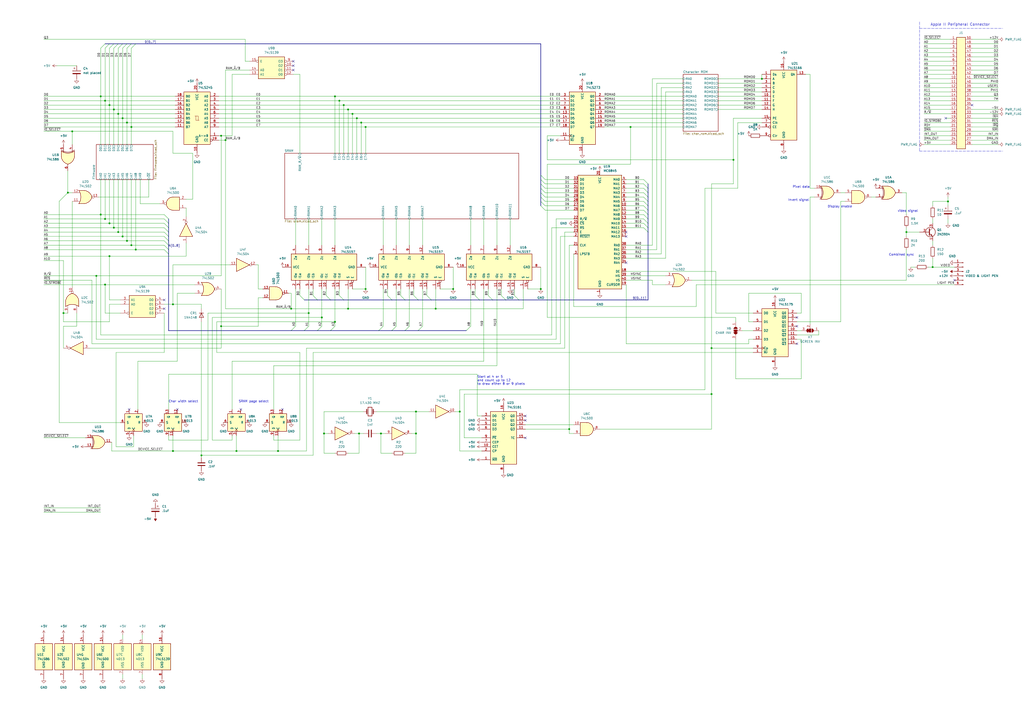
<source format=kicad_sch>
(kicad_sch (version 20211123) (generator eeschema)
  (paper "A2")
  (title_block (rev "1"))
  (bus_alias "AppleII" (members))
  (junction (at 194.31 186.69))
  (junction (at 179.07 181.61))
  (junction (at 76.2 142.24))
  (junction (at 39.37 111.76))
  (junction (at 541.02 154.94))
  (junction (at 36.83 181.61))
  (junction (at 204.47 66.04))
  (junction (at 161.29 261.62))
  (junction (at 71.12 137.16))
  (junction (at 78.74 144.78))
  (junction (at 241.3 251.46))
  (junction (at 66.04 132.08))
  (junction (at 100.33 261.62))
  (junction (at 201.93 179.07))
  (junction (at 137.16 261.62))
  (junction (at 525.78 134.62))
  (junction (at 187.96 251.46))
  (junction (at 252.73 179.07))
  (junction (at 425.45 92.71))
  (junction (at 68.58 134.62))
  (junction (at 412.75 228.6))
  (junction (at 186.69 184.15))
  (junction (at 63.5 60.96))
  (junction (at 66.04 63.5))
  (junction (at 60.96 165.1))
  (junction (at 116.84 264.16))
  (junction (at 63.5 129.54))
  (junction (at 220.98 251.46))
  (junction (at 128.27 189.23))
  (junction (at 412.75 201.93))
  (junction (at 212.09 73.66))
  (junction (at 365.76 73.66))
  (junction (at 199.39 60.96))
  (junction (at 196.85 58.42))
  (junction (at 60.96 127))
  (junction (at 262.89 167.64))
  (junction (at 68.58 66.04))
  (junction (at 100.33 176.53))
  (junction (at 207.01 68.58))
  (junction (at 58.42 55.88))
  (junction (at 330.2 248.92))
  (junction (at 266.7 238.76))
  (junction (at 241.3 238.76))
  (junction (at 60.96 58.42))
  (junction (at 201.93 63.5))
  (junction (at 441.96 45.72))
  (junction (at 73.66 71.12))
  (junction (at 58.42 124.46))
  (junction (at 76.2 73.66))
  (junction (at 128.27 78.74))
  (junction (at 549.91 116.84))
  (junction (at 208.28 251.46))
  (junction (at 212.09 167.64))
  (junction (at 41.91 76.2))
  (junction (at 168.91 179.07))
  (junction (at 209.55 71.12))
  (junction (at 194.31 55.88))
  (junction (at 130.81 81.28))
  (junction (at 63.5 148.59))
  (junction (at 71.12 68.58))
  (junction (at 73.66 139.7))
  (junction (at 55.88 160.02))
  (junction (at 313.69 167.64))
  (no_connect (at 74.93 237.49))
  (no_connect (at 95.25 179.07))
  (no_connect (at 363.22 137.16))
  (no_connect (at 170.18 38.1))
  (no_connect (at 304.8 241.3))
  (no_connect (at 563.88 60.96))
  (no_connect (at 363.22 134.62))
  (no_connect (at 102.87 237.49))
  (no_connect (at 363.22 152.4))
  (no_connect (at 548.64 68.58))
  (no_connect (at 163.83 237.49))
  (no_connect (at 95.25 173.99))
  (no_connect (at 304.8 243.84))
  (no_connect (at 462.28 189.23))
  (no_connect (at 170.18 40.64))
  (no_connect (at 462.28 184.15))
  (no_connect (at 170.18 35.56))
  (no_connect (at 553.72 162.56))
  (no_connect (at 462.28 199.39))
  (no_connect (at 304.8 254))
  (no_connect (at 139.7 237.49))
  (bus_entry (at 95.25 139.7) (size 2.54 2.54))
  (bus_entry (at 173.99 171.45) (size 2.54 2.54))
  (bus_entry (at 275.59 171.45) (size 2.54 2.54))
  (bus_entry (at 316.23 114.3) (size -2.54 -2.54))
  (bus_entry (at 95.25 127) (size 2.54 2.54))
  (bus_entry (at 316.23 106.68) (size -2.54 -2.54))
  (bus_entry (at 234.95 191.77) (size 2.54 -2.54))
  (bus_entry (at 373.38 114.3) (size 2.54 2.54))
  (bus_entry (at 373.38 121.92) (size 2.54 2.54))
  (bus_entry (at 240.03 171.45) (size 2.54 2.54))
  (bus_entry (at 95.25 137.16) (size 2.54 2.54))
  (bus_entry (at 189.23 171.45) (size 2.54 2.54))
  (bus_entry (at 247.65 171.45) (size 2.54 2.54))
  (bus_entry (at 242.57 191.77) (size 2.54 -2.54))
  (bus_entry (at 95.25 144.78) (size 2.54 2.54))
  (bus_entry (at 71.12 27.94) (size 2.54 -2.54))
  (bus_entry (at 373.38 106.68) (size 2.54 2.54))
  (bus_entry (at 373.38 124.46) (size 2.54 2.54))
  (bus_entry (at 73.66 27.94) (size 2.54 -2.54))
  (bus_entry (at 168.91 191.77) (size 2.54 -2.54))
  (bus_entry (at 68.58 27.94) (size 2.54 -2.54))
  (bus_entry (at 316.23 116.84) (size -2.54 -2.54))
  (bus_entry (at 316.23 119.38) (size -2.54 -2.54))
  (bus_entry (at 60.96 27.94) (size 2.54 -2.54))
  (bus_entry (at 63.5 27.94) (size 2.54 -2.54))
  (bus_entry (at 373.38 116.84) (size 2.54 2.54))
  (bus_entry (at 184.15 191.77) (size 2.54 -2.54))
  (bus_entry (at 95.25 129.54) (size 2.54 2.54))
  (bus_entry (at 232.41 171.45) (size 2.54 2.54))
  (bus_entry (at 298.45 171.45) (size 2.54 2.54))
  (bus_entry (at 316.23 121.92) (size -2.54 -2.54))
  (bus_entry (at 95.25 132.08) (size 2.54 2.54))
  (bus_entry (at 373.38 127) (size 2.54 2.54))
  (bus_entry (at 373.38 109.22) (size 2.54 2.54))
  (bus_entry (at 316.23 104.14) (size -2.54 -2.54))
  (bus_entry (at 373.38 104.14) (size 2.54 2.54))
  (bus_entry (at 219.71 191.77) (size 2.54 -2.54))
  (bus_entry (at 373.38 132.08) (size 2.54 2.54))
  (bus_entry (at 373.38 129.54) (size 2.54 2.54))
  (bus_entry (at 224.79 171.45) (size 2.54 2.54))
  (bus_entry (at 227.33 191.77) (size 2.54 -2.54))
  (bus_entry (at 76.2 27.94) (size 2.54 -2.54))
  (bus_entry (at 290.83 171.45) (size 2.54 2.54))
  (bus_entry (at 95.25 124.46) (size 2.54 2.54))
  (bus_entry (at 191.77 191.77) (size 2.54 -2.54))
  (bus_entry (at 316.23 109.22) (size -2.54 -2.54))
  (bus_entry (at 181.61 171.45) (size 2.54 2.54))
  (bus_entry (at 373.38 119.38) (size 2.54 2.54))
  (bus_entry (at 283.21 171.45) (size 2.54 2.54))
  (bus_entry (at 95.25 134.62) (size 2.54 2.54))
  (bus_entry (at 196.85 171.45) (size 2.54 2.54))
  (bus_entry (at 316.23 111.76) (size -2.54 -2.54))
  (bus_entry (at 176.53 191.77) (size 2.54 -2.54))
  (bus_entry (at 270.51 191.77) (size 2.54 -2.54))
  (bus_entry (at 95.25 142.24) (size 2.54 2.54))
  (bus_entry (at 58.42 27.94) (size 2.54 -2.54))
  (bus_entry (at 66.04 27.94) (size 2.54 -2.54))
  (bus_entry (at 373.38 111.76) (size 2.54 2.54))
  (wire (pts (xy 128.27 189.23) (xy 149.86 189.23)))
  (wire (pts (xy 227.33 262.89) (xy 220.98 262.89)))
  (wire (pts (xy 218.44 238.76) (xy 241.3 238.76)))
  (wire (pts (xy 194.31 127) (xy 194.31 142.24)))
  (wire (pts (xy 579.12 83.82) (xy 563.88 83.82)))
  (wire (pts (xy 252.73 167.64) (xy 252.73 179.07)))
  (wire (pts (xy 363.22 124.46) (xy 373.38 124.46)))
  (bus (pts (xy 313.69 109.22) (xy 313.69 106.68)))
  (wire (pts (xy 25.4 162.56) (xy 53.34 162.56)))
  (bus (pts (xy 313.69 116.84) (xy 313.69 114.3)))
  (wire (pts (xy 58.42 124.46) (xy 95.25 124.46)))
  (wire (pts (xy 403.86 165.1) (xy 403.86 177.8)))
  (wire (pts (xy 350.52 71.12) (xy 396.24 71.12)))
  (wire (pts (xy 350.52 55.88) (xy 396.24 55.88)))
  (bus (pts (xy 71.12 25.4) (xy 73.66 25.4)))
  (bus (pts (xy 234.95 191.77) (xy 242.57 191.77)))
  (wire (pts (xy 25.4 294.64) (xy 58.42 294.64)))
  (wire (pts (xy 363.22 106.68) (xy 373.38 106.68)))
  (bus (pts (xy 227.33 191.77) (xy 234.95 191.77)))
  (wire (pts (xy 541.02 149.86) (xy 541.02 154.94)))
  (wire (pts (xy 116.84 264.16) (xy 181.61 264.16)))
  (wire (pts (xy 383.54 147.32) (xy 363.22 147.32)))
  (wire (pts (xy 95.25 181.61) (xy 95.25 204.47)))
  (wire (pts (xy 168.91 179.07) (xy 201.93 179.07)))
  (wire (pts (xy 415.29 181.61) (xy 415.29 157.48)))
  (wire (pts (xy 298.45 167.64) (xy 298.45 171.45)))
  (wire (pts (xy 304.8 248.92) (xy 330.2 248.92)))
  (wire (pts (xy 434.34 199.39) (xy 434.34 196.85)))
  (wire (pts (xy 100.33 261.62) (xy 137.16 261.62)))
  (wire (pts (xy 209.55 71.12) (xy 325.12 71.12)))
  (wire (pts (xy 41.91 76.2) (xy 41.91 83.82)))
  (wire (pts (xy 127 55.88) (xy 194.31 55.88)))
  (wire (pts (xy 64.77 256.54) (xy 64.77 261.62)))
  (wire (pts (xy 60.96 165.1) (xy 113.03 165.1)))
  (wire (pts (xy 549.91 119.38) (xy 549.91 116.84)))
  (wire (pts (xy 25.4 124.46) (xy 58.42 124.46)))
  (wire (pts (xy 76.2 142.24) (xy 76.2 104.14)))
  (wire (pts (xy 579.12 81.28) (xy 563.88 81.28)))
  (wire (pts (xy 220.98 251.46) (xy 218.44 251.46)))
  (wire (pts (xy 237.49 127) (xy 237.49 142.24)))
  (wire (pts (xy 363.22 162.56) (xy 378.46 162.56)))
  (wire (pts (xy 25.4 129.54) (xy 63.5 129.54)))
  (wire (pts (xy 63.5 60.96) (xy 63.5 83.82)))
  (wire (pts (xy 73.66 71.12) (xy 73.66 83.82)))
  (wire (pts (xy 266.7 238.76) (xy 266.7 261.62)))
  (wire (pts (xy 201.93 63.5) (xy 201.93 88.9)))
  (wire (pts (xy 68.58 27.94) (xy 68.58 66.04)))
  (wire (pts (xy 541.02 154.94) (xy 553.72 154.94)))
  (bus (pts (xy 375.92 127) (xy 375.92 129.54)))
  (wire (pts (xy 107.95 140.97) (xy 107.95 148.59)))
  (wire (pts (xy 464.82 196.85) (xy 464.82 219.71)))
  (wire (pts (xy 36.83 181.61) (xy 36.83 186.69)))
  (wire (pts (xy 280.67 209.55) (xy 280.67 167.64)))
  (wire (pts (xy 441.96 43.18) (xy 441.96 45.72)))
  (wire (pts (xy 247.65 167.64) (xy 247.65 171.45)))
  (wire (pts (xy 288.29 127) (xy 288.29 142.24)))
  (wire (pts (xy 97.79 255.27) (xy 120.65 255.27)))
  (wire (pts (xy 378.46 45.72) (xy 378.46 142.24)))
  (wire (pts (xy 283.21 167.64) (xy 283.21 171.45)))
  (wire (pts (xy 332.74 109.22) (xy 316.23 109.22)))
  (wire (pts (xy 116.84 179.07) (xy 116.84 176.53)))
  (wire (pts (xy 487.68 116.84) (xy 487.68 186.69)))
  (wire (pts (xy 120.65 255.27) (xy 120.65 181.61)))
  (wire (pts (xy 25.4 134.62) (xy 68.58 134.62)))
  (wire (pts (xy 204.47 66.04) (xy 325.12 66.04)))
  (wire (pts (xy 100.33 153.67) (xy 133.35 153.67)))
  (wire (pts (xy 25.4 127) (xy 60.96 127)))
  (wire (pts (xy 487.68 111.76) (xy 490.22 111.76)))
  (wire (pts (xy 280.67 127) (xy 280.67 142.24)))
  (wire (pts (xy 464.82 181.61) (xy 464.82 170.18)))
  (wire (pts (xy 64.77 261.62) (xy 100.33 261.62)))
  (wire (pts (xy 579.12 55.88) (xy 563.88 55.88)))
  (wire (pts (xy 363.22 199.39) (xy 363.22 165.1)))
  (wire (pts (xy 190.5 251.46) (xy 187.96 251.46)))
  (bus (pts (xy 97.79 127) (xy 97.79 129.54)))
  (wire (pts (xy 134.62 43.18) (xy 144.78 43.18)))
  (wire (pts (xy 541.02 116.84) (xy 541.02 119.38)))
  (wire (pts (xy 149.86 172.72) (xy 149.86 189.23)))
  (wire (pts (xy 71.12 27.94) (xy 71.12 68.58)))
  (wire (pts (xy 41.91 116.84) (xy 41.91 166.37)))
  (wire (pts (xy 158.75 252.73) (xy 158.75 255.27)))
  (wire (pts (xy 173.99 167.64) (xy 173.99 171.45)))
  (wire (pts (xy 63.5 148.59) (xy 107.95 148.59)))
  (wire (pts (xy 426.72 219.71) (xy 464.82 219.71)))
  (wire (pts (xy 201.93 179.07) (xy 252.73 179.07)))
  (wire (pts (xy 63.5 27.94) (xy 63.5 60.96)))
  (bus (pts (xy 63.5 25.4) (xy 66.04 25.4)))
  (wire (pts (xy 102.87 170.18) (xy 113.03 170.18)))
  (wire (pts (xy 102.87 209.55) (xy 102.87 170.18)))
  (wire (pts (xy 322.58 196.85) (xy 322.58 127)))
  (wire (pts (xy 525.78 137.16) (xy 525.78 134.62)))
  (wire (pts (xy 412.75 248.92) (xy 347.98 248.92)))
  (wire (pts (xy 381 144.78) (xy 381 48.26)))
  (wire (pts (xy 363.22 114.3) (xy 373.38 114.3)))
  (wire (pts (xy 68.58 104.14) (xy 68.58 134.62)))
  (wire (pts (xy 266.7 261.62) (xy 279.4 261.62)))
  (wire (pts (xy 199.39 60.96) (xy 199.39 88.9)))
  (bus (pts (xy 375.92 129.54) (xy 375.92 132.08)))
  (wire (pts (xy 97.79 237.49) (xy 97.79 217.17)))
  (bus (pts (xy 375.92 121.92) (xy 375.92 124.46)))
  (wire (pts (xy 525.78 111.76) (xy 525.78 124.46)))
  (wire (pts (xy 208.28 251.46) (xy 205.74 251.46)))
  (wire (pts (xy 350.52 68.58) (xy 396.24 68.58)))
  (wire (pts (xy 71.12 68.58) (xy 71.12 83.82)))
  (wire (pts (xy 412.75 228.6) (xy 412.75 248.92)))
  (wire (pts (xy 128.27 78.74) (xy 127 78.74)))
  (bus (pts (xy 78.74 25.4) (xy 313.69 25.4)))
  (wire (pts (xy 148.59 153.67) (xy 149.86 153.67)))
  (wire (pts (xy 234.95 262.89) (xy 241.3 262.89)))
  (wire (pts (xy 436.88 181.61) (xy 415.29 181.61)))
  (wire (pts (xy 168.91 170.18) (xy 167.64 170.18)))
  (wire (pts (xy 158.75 255.27) (xy 173.99 255.27)))
  (wire (pts (xy 535.94 30.48) (xy 551.18 30.48)))
  (wire (pts (xy 269.24 228.6) (xy 412.75 228.6)))
  (wire (pts (xy 403.86 165.1) (xy 553.72 165.1)))
  (wire (pts (xy 322.58 127) (xy 332.74 127)))
  (bus (pts (xy 66.04 25.4) (xy 68.58 25.4)))
  (wire (pts (xy 25.4 254) (xy 49.53 254)))
  (wire (pts (xy 535.94 73.66) (xy 551.18 73.66)))
  (wire (pts (xy 44.45 181.61) (xy 44.45 189.23)))
  (wire (pts (xy 332.74 116.84) (xy 316.23 116.84)))
  (wire (pts (xy 508 114.3) (xy 505.46 114.3)))
  (wire (pts (xy 68.58 134.62) (xy 95.25 134.62)))
  (wire (pts (xy 255.27 167.64) (xy 262.89 167.64)))
  (wire (pts (xy 36.83 151.13) (xy 36.83 181.61)))
  (bus (pts (xy 250.19 173.99) (xy 278.13 173.99)))
  (wire (pts (xy 487.68 186.69) (xy 462.28 186.69)))
  (bus (pts (xy 97.79 139.7) (xy 97.79 142.24)))
  (wire (pts (xy 80.01 209.55) (xy 102.87 209.55)))
  (polyline (pts (xy 533.4 87.63) (xy 581.66 87.63)) (stroke (width 0) (type dash)))
  (bus (pts (xy 375.92 111.76) (xy 375.92 114.3)))
  (wire (pts (xy 60.96 127) (xy 60.96 104.14)))
  (wire (pts (xy 425.45 68.58) (xy 425.45 92.71)))
  (wire (pts (xy 25.4 165.1) (xy 60.96 165.1)))
  (wire (pts (xy 170.18 43.18) (xy 173.99 43.18)))
  (wire (pts (xy 579.12 58.42) (xy 563.88 58.42)))
  (wire (pts (xy 69.85 173.99) (xy 63.5 173.99)))
  (wire (pts (xy 86.36 114.3) (xy 86.36 104.14)))
  (wire (pts (xy 229.87 189.23) (xy 229.87 167.64)))
  (wire (pts (xy 474.98 194.31) (xy 474.98 191.77)))
  (wire (pts (xy 60.96 58.42) (xy 101.6 58.42)))
  (wire (pts (xy 92.71 118.11) (xy 81.28 118.11)))
  (wire (pts (xy 25.4 132.08) (xy 66.04 132.08)))
  (wire (pts (xy 130.81 179.07) (xy 168.91 179.07)))
  (wire (pts (xy 196.85 58.42) (xy 196.85 88.9)))
  (wire (pts (xy 209.55 71.12) (xy 209.55 88.9)))
  (wire (pts (xy 469.9 43.18) (xy 467.36 43.18)))
  (wire (pts (xy 541.02 116.84) (xy 549.91 116.84)))
  (wire (pts (xy 81.28 118.11) (xy 81.28 104.14)))
  (wire (pts (xy 535.94 60.96) (xy 551.18 60.96)))
  (wire (pts (xy 363.22 119.38) (xy 373.38 119.38)))
  (wire (pts (xy 276.86 241.3) (xy 279.4 241.3)))
  (wire (pts (xy 116.84 264.16) (xy 116.84 265.43)))
  (wire (pts (xy 142.24 35.56) (xy 144.78 35.56)))
  (wire (pts (xy 58.42 194.31) (xy 320.04 194.31)))
  (wire (pts (xy 579.12 33.02) (xy 563.88 33.02)))
  (wire (pts (xy 186.69 184.15) (xy 186.69 189.23)))
  (wire (pts (xy 579.12 48.26) (xy 563.88 48.26)))
  (wire (pts (xy 137.16 252.73) (xy 137.16 261.62)))
  (wire (pts (xy 378.46 165.1) (xy 386.08 165.1)))
  (bus (pts (xy 227.33 173.99) (xy 234.95 173.99)))
  (wire (pts (xy 207.01 68.58) (xy 207.01 88.9)))
  (wire (pts (xy 76.2 142.24) (xy 95.25 142.24)))
  (bus (pts (xy 97.79 134.62) (xy 97.79 137.16)))
  (wire (pts (xy 330.2 251.46) (xy 330.2 248.92)))
  (wire (pts (xy 158.75 212.09) (xy 288.29 212.09)))
  (wire (pts (xy 332.74 106.68) (xy 316.23 106.68)))
  (wire (pts (xy 100.33 252.73) (xy 100.33 261.62)))
  (wire (pts (xy 130.81 81.28) (xy 130.81 179.07)))
  (wire (pts (xy 25.4 63.5) (xy 66.04 63.5)))
  (wire (pts (xy 363.22 160.02) (xy 386.08 160.02)))
  (wire (pts (xy 25.4 151.13) (xy 36.83 151.13)))
  (wire (pts (xy 441.96 71.12) (xy 427.99 71.12)))
  (wire (pts (xy 350.52 63.5) (xy 396.24 63.5)))
  (wire (pts (xy 173.99 204.47) (xy 125.73 204.47)))
  (wire (pts (xy 171.45 167.64) (xy 171.45 189.23)))
  (bus (pts (xy 97.79 142.24) (xy 97.79 144.78)))
  (bus (pts (xy 242.57 173.99) (xy 250.19 173.99)))
  (wire (pts (xy 134.62 209.55) (xy 280.67 209.55)))
  (wire (pts (xy 241.3 238.76) (xy 241.3 251.46)))
  (wire (pts (xy 579.12 25.4) (xy 563.88 25.4)))
  (wire (pts (xy 68.58 66.04) (xy 68.58 83.82)))
  (bus (pts (xy 300.99 173.99) (xy 375.92 173.99)))
  (wire (pts (xy 275.59 167.64) (xy 275.59 171.45)))
  (wire (pts (xy 469.9 109.22) (xy 472.44 109.22)))
  (wire (pts (xy 469.9 114.3) (xy 469.9 187.96)))
  (wire (pts (xy 137.16 261.62) (xy 161.29 261.62)))
  (wire (pts (xy 194.31 55.88) (xy 325.12 55.88)))
  (wire (pts (xy 363.22 144.78) (xy 381 144.78)))
  (wire (pts (xy 579.12 53.34) (xy 563.88 53.34)))
  (bus (pts (xy 375.92 119.38) (xy 375.92 121.92)))
  (wire (pts (xy 73.66 71.12) (xy 101.6 71.12)))
  (wire (pts (xy 535.94 35.56) (xy 551.18 35.56)))
  (wire (pts (xy 34.29 116.84) (xy 34.29 245.11)))
  (bus (pts (xy 73.66 25.4) (xy 76.2 25.4)))
  (wire (pts (xy 317.5 78.74) (xy 317.5 92.71)))
  (wire (pts (xy 212.09 73.66) (xy 325.12 73.66)))
  (wire (pts (xy 25.4 148.59) (xy 63.5 148.59)))
  (wire (pts (xy 39.37 111.76) (xy 39.37 99.06)))
  (wire (pts (xy 123.19 255.27) (xy 123.19 184.15)))
  (wire (pts (xy 127 66.04) (xy 204.47 66.04)))
  (wire (pts (xy 58.42 55.88) (xy 58.42 83.82)))
  (wire (pts (xy 134.62 252.73) (xy 134.62 255.27)))
  (polyline (pts (xy 533.4 16.51) (xy 581.66 16.51)) (stroke (width 0) (type dash)))
  (wire (pts (xy 63.5 129.54) (xy 63.5 104.14)))
  (wire (pts (xy 579.12 50.8) (xy 563.88 50.8)))
  (wire (pts (xy 194.31 186.69) (xy 194.31 189.23)))
  (wire (pts (xy 535.94 83.82) (xy 551.18 83.82)))
  (wire (pts (xy 186.69 127) (xy 186.69 142.24)))
  (wire (pts (xy 408.94 226.06) (xy 266.7 226.06)))
  (wire (pts (xy 186.69 184.15) (xy 186.69 167.64)))
  (wire (pts (xy 273.05 167.64) (xy 273.05 189.23)))
  (wire (pts (xy 416.56 58.42) (xy 441.96 58.42)))
  (wire (pts (xy 71.12 68.58) (xy 101.6 68.58)))
  (wire (pts (xy 365.76 73.66) (xy 365.76 95.25)))
  (wire (pts (xy 332.74 119.38) (xy 316.23 119.38)))
  (wire (pts (xy 273.05 127) (xy 273.05 142.24)))
  (wire (pts (xy 579.12 22.86) (xy 563.88 22.86)))
  (bus (pts (xy 375.92 109.22) (xy 375.92 111.76)))
  (wire (pts (xy 266.7 226.06) (xy 266.7 238.76)))
  (wire (pts (xy 125.73 204.47) (xy 125.73 186.69)))
  (wire (pts (xy 71.12 137.16) (xy 71.12 104.14)))
  (wire (pts (xy 535.94 38.1) (xy 551.18 38.1)))
  (wire (pts (xy 535.94 45.72) (xy 551.18 45.72)))
  (wire (pts (xy 212.09 73.66) (xy 212.09 88.9)))
  (wire (pts (xy 100.33 153.67) (xy 100.33 176.53)))
  (wire (pts (xy 408.94 109.22) (xy 408.94 226.06)))
  (wire (pts (xy 541.02 127) (xy 541.02 129.54)))
  (wire (pts (xy 535.94 48.26) (xy 551.18 48.26)))
  (wire (pts (xy 71.12 137.16) (xy 95.25 137.16)))
  (wire (pts (xy 425.45 68.58) (xy 441.96 68.58)))
  (bus (pts (xy 375.92 134.62) (xy 375.92 173.99)))
  (wire (pts (xy 127 58.42) (xy 196.85 58.42)))
  (bus (pts (xy 60.96 25.4) (xy 63.5 25.4)))
  (wire (pts (xy 415.29 157.48) (xy 363.22 157.48)))
  (wire (pts (xy 579.12 73.66) (xy 563.88 73.66)))
  (bus (pts (xy 97.79 147.32) (xy 97.79 191.77)))
  (wire (pts (xy 381 48.26) (xy 396.24 48.26)))
  (wire (pts (xy 189.23 167.64) (xy 189.23 171.45)))
  (wire (pts (xy 73.66 27.94) (xy 73.66 71.12)))
  (wire (pts (xy 538.48 154.94) (xy 541.02 154.94)))
  (bus (pts (xy 293.37 173.99) (xy 300.99 173.99)))
  (wire (pts (xy 207.01 68.58) (xy 325.12 68.58)))
  (wire (pts (xy 245.11 127) (xy 245.11 142.24)))
  (wire (pts (xy 378.46 162.56) (xy 378.46 165.1)))
  (wire (pts (xy 579.12 66.04) (xy 563.88 66.04)))
  (wire (pts (xy 179.07 181.61) (xy 179.07 189.23)))
  (wire (pts (xy 36.83 181.61) (xy 39.37 181.61)))
  (wire (pts (xy 304.8 246.38) (xy 332.74 246.38)))
  (wire (pts (xy 41.91 76.2) (xy 100.33 76.2)))
  (wire (pts (xy 187.96 262.89) (xy 187.96 251.46)))
  (wire (pts (xy 487.68 116.84) (xy 490.22 116.84)))
  (wire (pts (xy 33.02 38.1) (xy 44.45 38.1)))
  (wire (pts (xy 464.82 170.18) (xy 434.34 170.18)))
  (wire (pts (xy 350.52 58.42) (xy 396.24 58.42)))
  (wire (pts (xy 210.82 238.76) (xy 187.96 238.76)))
  (wire (pts (xy 363.22 129.54) (xy 373.38 129.54)))
  (wire (pts (xy 378.46 142.24) (xy 363.22 142.24)))
  (wire (pts (xy 60.96 165.1) (xy 60.96 181.61)))
  (bus (pts (xy 375.92 124.46) (xy 375.92 127)))
  (wire (pts (xy 158.75 237.49) (xy 158.75 212.09)))
  (wire (pts (xy 241.3 262.89) (xy 241.3 251.46)))
  (bus (pts (xy 76.2 25.4) (xy 78.74 25.4)))
  (wire (pts (xy 269.24 254) (xy 279.4 254)))
  (wire (pts (xy 317.5 78.74) (xy 325.12 78.74)))
  (wire (pts (xy 320.04 194.31) (xy 320.04 132.08)))
  (wire (pts (xy 60.96 181.61) (xy 69.85 181.61)))
  (bus (pts (xy 242.57 191.77) (xy 270.51 191.77)))
  (wire (pts (xy 128.27 78.74) (xy 128.27 160.02)))
  (bus (pts (xy 68.58 25.4) (xy 71.12 25.4)))
  (wire (pts (xy 363.22 199.39) (xy 434.34 199.39)))
  (wire (pts (xy 120.65 181.61) (xy 179.07 181.61)))
  (bus (pts (xy 191.77 173.99) (xy 199.39 173.99)))
  (wire (pts (xy 276.86 217.17) (xy 276.86 241.3)))
  (wire (pts (xy 123.19 184.15) (xy 186.69 184.15)))
  (wire (pts (xy 194.31 55.88) (xy 194.31 88.9)))
  (wire (pts (xy 579.12 78.74) (xy 563.88 78.74)))
  (wire (pts (xy 53.34 162.56) (xy 53.34 199.39)))
  (wire (pts (xy 171.45 127) (xy 171.45 142.24)))
  (wire (pts (xy 76.2 27.94) (xy 76.2 73.66)))
  (wire (pts (xy 469.9 43.18) (xy 469.9 109.22)))
  (wire (pts (xy 149.86 172.72) (xy 152.4 172.72)))
  (wire (pts (xy 434.34 170.18) (xy 434.34 186.69)))
  (bus (pts (xy 313.69 104.14) (xy 313.69 101.6)))
  (wire (pts (xy 55.88 160.02) (xy 55.88 196.85)))
  (wire (pts (xy 222.25 189.23) (xy 222.25 167.64)))
  (wire (pts (xy 204.47 66.04) (xy 204.47 88.9)))
  (bus (pts (xy 176.53 173.99) (xy 184.15 173.99)))
  (wire (pts (xy 430.53 191.77) (xy 436.88 191.77)))
  (wire (pts (xy 67.31 204.47) (xy 67.31 259.08)))
  (wire (pts (xy 25.4 68.58) (xy 71.12 68.58)))
  (wire (pts (xy 76.2 73.66) (xy 76.2 83.82)))
  (wire (pts (xy 579.12 45.72) (xy 563.88 45.72)))
  (wire (pts (xy 579.12 35.56) (xy 563.88 35.56)))
  (wire (pts (xy 58.42 55.88) (xy 101.6 55.88)))
  (wire (pts (xy 416.56 53.34) (xy 441.96 53.34)))
  (wire (pts (xy 58.42 124.46) (xy 58.42 104.14)))
  (bus (pts (xy 375.92 132.08) (xy 375.92 134.62)))
  (wire (pts (xy 149.86 167.64) (xy 152.4 167.64)))
  (wire (pts (xy 177.8 201.93) (xy 327.66 201.93)))
  (wire (pts (xy 63.5 176.53) (xy 69.85 176.53)))
  (bus (pts (xy 234.95 173.99) (xy 242.57 173.99)))
  (wire (pts (xy 416.56 63.5) (xy 441.96 63.5)))
  (wire (pts (xy 77.47 259.08) (xy 77.47 252.73)))
  (bus (pts (xy 313.69 119.38) (xy 313.69 116.84)))
  (wire (pts (xy 173.99 43.18) (xy 173.99 88.9)))
  (wire (pts (xy 201.93 63.5) (xy 325.12 63.5)))
  (wire (pts (xy 579.12 71.12) (xy 563.88 71.12)))
  (wire (pts (xy 320.04 132.08) (xy 332.74 132.08)))
  (wire (pts (xy 332.74 111.76) (xy 316.23 111.76)))
  (wire (pts (xy 187.96 238.76) (xy 187.96 251.46)))
  (wire (pts (xy 248.92 238.76) (xy 241.3 238.76)))
  (wire (pts (xy 427.99 71.12) (xy 427.99 109.22)))
  (bus (pts (xy 313.69 114.3) (xy 313.69 111.76)))
  (wire (pts (xy 427.99 109.22) (xy 408.94 109.22)))
  (wire (pts (xy 237.49 189.23) (xy 237.49 167.64)))
  (wire (pts (xy 426.72 184.15) (xy 426.72 186.69)))
  (wire (pts (xy 66.04 132.08) (xy 95.25 132.08)))
  (wire (pts (xy 332.74 177.8) (xy 403.86 177.8)))
  (wire (pts (xy 365.76 73.66) (xy 396.24 73.66)))
  (wire (pts (xy 579.12 40.64) (xy 563.88 40.64)))
  (bus (pts (xy 313.69 111.76) (xy 313.69 109.22)))
  (wire (pts (xy 111.76 88.9) (xy 111.76 115.57)))
  (wire (pts (xy 416.56 55.88) (xy 441.96 55.88)))
  (wire (pts (xy 25.4 297.18) (xy 58.42 297.18)))
  (bus (pts (xy 375.92 116.84) (xy 375.92 119.38)))
  (wire (pts (xy 78.74 144.78) (xy 95.25 144.78)))
  (wire (pts (xy 142.24 35.56) (xy 142.24 22.86)))
  (bus (pts (xy 191.77 191.77) (xy 219.71 191.77)))
  (wire (pts (xy 535.94 78.74) (xy 551.18 78.74)))
  (wire (pts (xy 116.84 186.69) (xy 116.84 264.16)))
  (wire (pts (xy 60.96 58.42) (xy 60.96 83.82)))
  (wire (pts (xy 55.88 196.85) (xy 322.58 196.85)))
  (wire (pts (xy 201.93 262.89) (xy 208.28 262.89)))
  (wire (pts (xy 223.52 251.46) (xy 220.98 251.46)))
  (wire (pts (xy 63.5 60.96) (xy 101.6 60.96)))
  (wire (pts (xy 52.07 201.93) (xy 128.27 201.93)))
  (wire (pts (xy 363.22 104.14) (xy 373.38 104.14)))
  (wire (pts (xy 412.75 106.68) (xy 412.75 201.93)))
  (wire (pts (xy 25.4 58.42) (xy 60.96 58.42)))
  (wire (pts (xy 535.94 27.94) (xy 551.18 27.94)))
  (wire (pts (xy 39.37 111.76) (xy 41.91 111.76)))
  (wire (pts (xy 350.52 73.66) (xy 365.76 73.66)))
  (bus (pts (xy 97.79 129.54) (xy 97.79 132.08)))
  (wire (pts (xy 134.62 237.49) (xy 134.62 209.55)))
  (wire (pts (xy 194.31 262.89) (xy 187.96 262.89)))
  (bus (pts (xy 97.79 144.78) (xy 97.79 147.32)))
  (wire (pts (xy 325.12 199.39) (xy 325.12 137.16)))
  (polyline (pts (xy 533.4 12.7) (xy 533.4 87.63)) (stroke (width 0) (type dash)))
  (wire (pts (xy 332.74 104.14) (xy 316.23 104.14)))
  (wire (pts (xy 541.02 142.24) (xy 541.02 139.7)))
  (wire (pts (xy 535.94 66.04) (xy 551.18 66.04)))
  (wire (pts (xy 168.91 170.18) (xy 168.91 179.07)))
  (wire (pts (xy 535.94 33.02) (xy 551.18 33.02)))
  (wire (pts (xy 579.12 27.94) (xy 563.88 27.94)))
  (wire (pts (xy 317.5 95.25) (xy 317.5 184.15)))
  (wire (pts (xy 535.94 43.18) (xy 551.18 43.18)))
  (wire (pts (xy 78.74 104.14) (xy 78.74 144.78)))
  (wire (pts (xy 82.55 393.7) (xy 82.55 391.16)))
  (wire (pts (xy 579.12 76.2) (xy 563.88 76.2)))
  (wire (pts (xy 535.94 76.2) (xy 551.18 76.2)))
  (wire (pts (xy 434.34 186.69) (xy 436.88 186.69)))
  (wire (pts (xy 66.04 27.94) (xy 66.04 63.5)))
  (bus (pts (xy 278.13 173.99) (xy 285.75 173.99)))
  (wire (pts (xy 425.45 106.68) (xy 412.75 106.68)))
  (wire (pts (xy 579.12 63.5) (xy 563.88 63.5)))
  (wire (pts (xy 535.94 25.4) (xy 551.18 25.4)))
  (wire (pts (xy 36.83 189.23) (xy 36.83 201.93)))
  (wire (pts (xy 58.42 124.46) (xy 58.42 194.31)))
  (wire (pts (xy 535.94 53.34) (xy 551.18 53.34)))
  (bus (pts (xy 375.92 106.68) (xy 375.92 109.22)))
  (wire (pts (xy 416.56 48.26) (xy 441.96 48.26)))
  (wire (pts (xy 288.29 212.09) (xy 288.29 167.64)))
  (wire (pts (xy 579.12 30.48) (xy 563.88 30.48)))
  (wire (pts (xy 525.78 144.78) (xy 525.78 162.56)))
  (wire (pts (xy 220.98 262.89) (xy 220.98 251.46)))
  (wire (pts (xy 63.5 129.54) (xy 95.25 129.54)))
  (wire (pts (xy 161.29 261.62) (xy 177.8 261.62)))
  (wire (pts (xy 181.61 204.47) (xy 436.88 204.47)))
  (bus (pts (xy 97.79 137.16) (xy 97.79 139.7)))
  (wire (pts (xy 535.94 63.5) (xy 551.18 63.5)))
  (wire (pts (xy 386.08 53.34) (xy 396.24 53.34)))
  (wire (pts (xy 222.25 127) (xy 222.25 142.24)))
  (wire (pts (xy 262.89 167.64) (xy 262.89 154.94)))
  (wire (pts (xy 245.11 167.64) (xy 245.11 189.23)))
  (wire (pts (xy 416.56 45.72) (xy 441.96 45.72)))
  (wire (pts (xy 127 68.58) (xy 207.01 68.58)))
  (wire (pts (xy 290.83 167.64) (xy 290.83 171.45)))
  (wire (pts (xy 240.03 167.64) (xy 240.03 171.45)))
  (wire (pts (xy 525.78 132.08) (xy 525.78 134.62)))
  (wire (pts (xy 60.96 127) (xy 95.25 127)))
  (wire (pts (xy 76.2 73.66) (xy 101.6 73.66)))
  (wire (pts (xy 127 60.96) (xy 199.39 60.96)))
  (wire (pts (xy 579.12 68.58) (xy 563.88 68.58)))
  (wire (pts (xy 128.27 167.64) (xy 128.27 189.23)))
  (wire (pts (xy 53.34 199.39) (xy 325.12 199.39)))
  (wire (pts (xy 229.87 127) (xy 229.87 142.24)))
  (wire (pts (xy 363.22 111.76) (xy 373.38 111.76)))
  (wire (pts (xy 363.22 109.22) (xy 373.38 109.22)))
  (wire (pts (xy 111.76 115.57) (xy 107.95 115.57)))
  (wire (pts (xy 73.66 139.7) (xy 95.25 139.7)))
  (wire (pts (xy 71.12 368.3) (xy 71.12 370.84)))
  (wire (pts (xy 125.73 186.69) (xy 194.31 186.69)))
  (wire (pts (xy 386.08 149.86) (xy 386.08 53.34)))
  (wire (pts (xy 127 63.5) (xy 201.93 63.5)))
  (wire (pts (xy 66.04 63.5) (xy 66.04 83.82)))
  (wire (pts (xy 332.74 147.32) (xy 332.74 177.8)))
  (wire (pts (xy 100.33 76.2) (xy 100.33 88.9)))
  (wire (pts (xy 130.81 40.64) (xy 130.81 81.28)))
  (wire (pts (xy 363.22 127) (xy 373.38 127)))
  (wire (pts (xy 363.22 116.84) (xy 373.38 116.84)))
  (bus (pts (xy 176.53 191.77) (xy 184.15 191.77)))
  (wire (pts (xy 317.5 184.15) (xy 426.72 184.15)))
  (wire (pts (xy 327.66 201.93) (xy 327.66 134.62)))
  (wire (pts (xy 82.55 368.3) (xy 82.55 370.84)))
  (wire (pts (xy 350.52 66.04) (xy 396.24 66.04)))
  (wire (pts (xy 332.74 121.92) (xy 316.23 121.92)))
  (wire (pts (xy 97.79 217.17) (xy 276.86 217.17)))
  (wire (pts (xy 332.74 142.24) (xy 330.2 142.24)))
  (wire (pts (xy 548.64 68.58) (xy 551.18 68.58)))
  (wire (pts (xy 317.5 92.71) (xy 425.45 92.71)))
  (wire (pts (xy 60.96 27.94) (xy 60.96 58.42)))
  (wire (pts (xy 523.24 111.76) (xy 525.78 111.76)))
  (wire (pts (xy 232.41 167.64) (xy 232.41 171.45)))
  (wire (pts (xy 144.78 40.64) (xy 130.81 40.64)))
  (bus (pts (xy 97.79 132.08) (xy 97.79 134.62)))
  (wire (pts (xy 63.5 148.59) (xy 63.5 173.99)))
  (wire (pts (xy 412.75 201.93) (xy 436.88 201.93)))
  (wire (pts (xy 179.07 181.61) (xy 179.07 167.64)))
  (wire (pts (xy 464.82 181.61) (xy 462.28 181.61)))
  (wire (pts (xy 549.91 127) (xy 549.91 129.54)))
  (wire (pts (xy 434.34 196.85) (xy 436.88 196.85)))
  (wire (pts (xy 201.93 179.07) (xy 201.93 167.64)))
  (wire (pts (xy 58.42 27.94) (xy 58.42 55.88)))
  (wire (pts (xy 535.94 81.28) (xy 551.18 81.28)))
  (wire (pts (xy 528.32 154.94) (xy 530.86 154.94)))
  (wire (pts (xy 127 71.12) (xy 209.55 71.12)))
  (wire (pts (xy 295.91 127) (xy 295.91 142.24)))
  (bus (pts (xy 285.75 173.99) (xy 293.37 173.99)))
  (wire (pts (xy 95.25 204.47) (xy 67.31 204.47)))
  (wire (pts (xy 264.16 238.76) (xy 266.7 238.76)))
  (wire (pts (xy 149.86 153.67) (xy 149.86 167.64)))
  (wire (pts (xy 462.28 196.85) (xy 464.82 196.85)))
  (wire (pts (xy 134.62 78.74) (xy 128.27 78.74)))
  (wire (pts (xy 25.4 71.12) (xy 73.66 71.12)))
  (wire (pts (xy 71.12 393.7) (xy 71.12 391.16)))
  (wire (pts (xy 416.56 50.8) (xy 441.96 50.8)))
  (wire (pts (xy 25.4 160.02) (xy 55.88 160.02)))
  (bus (pts (xy 184.15 191.77) (xy 191.77 191.77)))
  (wire (pts (xy 212.09 167.64) (xy 212.09 154.94)))
  (wire (pts (xy 68.58 66.04) (xy 101.6 66.04)))
  (wire (pts (xy 128.27 189.23) (xy 128.27 201.93)))
  (wire (pts (xy 25.4 144.78) (xy 78.74 144.78)))
  (wire (pts (xy 350.52 60.96) (xy 396.24 60.96)))
  (bus (pts (xy 219.71 191.77) (xy 227.33 191.77)))
  (wire (pts (xy 177.8 261.62) (xy 177.8 201.93)))
  (wire (pts (xy 401.32 162.56) (xy 525.78 162.56)))
  (wire (pts (xy 462.28 194.31) (xy 474.98 194.31)))
  (wire (pts (xy 303.53 167.64) (xy 303.53 179.07)))
  (wire (pts (xy 363.22 132.08) (xy 373.38 132.08)))
  (wire (pts (xy 224.79 167.64) (xy 224.79 171.45)))
  (wire (pts (xy 67.31 259.08) (xy 77.47 259.08)))
  (wire (pts (xy 57.15 114.3) (xy 86.36 114.3)))
  (wire (pts (xy 179.07 127) (xy 179.07 142.24)))
  (wire (pts (xy 194.31 186.69) (xy 194.31 167.64)))
  (wire (pts (xy 66.04 63.5) (xy 101.6 63.5)))
  (wire (pts (xy 579.12 38.1) (xy 563.88 38.1)))
  (wire (pts (xy 535.94 40.64) (xy 551.18 40.64)))
  (bus (pts (xy 199.39 173.99) (xy 227.33 173.99)))
  (wire (pts (xy 269.24 228.6) (xy 269.24 254)))
  (wire (pts (xy 181.61 167.64) (xy 181.61 171.45)))
  (wire (pts (xy 535.94 71.12) (xy 551.18 71.12)))
  (wire (pts (xy 416.56 60.96) (xy 441.96 60.96)))
  (wire (pts (xy 199.39 60.96) (xy 325.12 60.96)))
  (wire (pts (xy 63.5 186.69) (xy 63.5 176.53)))
  (wire (pts (xy 25.4 73.66) (xy 76.2 73.66)))
  (wire (pts (xy 127 73.66) (xy 212.09 73.66)))
  (wire (pts (xy 204.47 167.64) (xy 212.09 167.64)))
  (wire (pts (xy 579.12 43.18) (xy 563.88 43.18)))
  (bus (pts (xy 313.69 25.4) (xy 313.69 101.6)))
  (wire (pts (xy 25.4 142.24) (xy 76.2 142.24)))
  (wire (pts (xy 25.4 76.2) (xy 41.91 76.2)))
  (wire (pts (xy 208.28 262.89) (xy 208.28 251.46)))
  (wire (pts (xy 25.4 60.96) (xy 63.5 60.96)))
  (wire (pts (xy 412.75 201.93) (xy 412.75 228.6)))
  (wire (pts (xy 196.85 167.64) (xy 196.85 171.45)))
  (wire (pts (xy 535.94 50.8) (xy 551.18 50.8)))
  (wire (pts (xy 525.78 134.62) (xy 533.4 134.62)))
  (wire (pts (xy 330.2 142.24) (xy 330.2 248.92)))
  (wire (pts (xy 34.29 245.11) (xy 69.85 245.11)))
  (wire (pts (xy 34.29 116.84) (xy 39.37 111.76)))
  (wire (pts (xy 55.88 160.02) (xy 128.27 160.02)))
  (wire (pts (xy 241.3 251.46) (xy 238.76 251.46)))
  (wire (pts (xy 181.61 264.16) (xy 181.61 204.47)))
  (wire (pts (xy 325.12 137.16) (xy 332.74 137.16)))
  (wire (pts (xy 472.44 114.3) (xy 469.9 114.3)))
  (bus (pts (xy 168.91 191.77) (xy 176.53 191.77)))
  (wire (pts (xy 332.74 114.3) (xy 316.23 114.3)))
  (wire (pts (xy 100.33 88.9) (xy 111.76 88.9)))
  (wire (pts (xy 134.62 43.18) (xy 134.62 78.74)))
  (wire (pts (xy 173.99 255.27) (xy 173.99 204.47)))
  (wire (pts (xy 107.95 125.73) (xy 107.95 120.65)))
  (wire (pts (xy 535.94 58.42) (xy 551.18 58.42)))
  (wire (pts (xy 313.69 167.64) (xy 313.69 154.94)))
  (wire (pts (xy 363.22 121.92) (xy 373.38 121.92)))
  (wire (pts (xy 25.4 66.04) (xy 68.58 66.04)))
  (wire (pts (xy 365.76 95.25) (xy 317.5 95.25)))
  (wire (pts (xy 330.2 251.46) (xy 332.74 251.46)))
  (wire (pts (xy 25.4 22.86) (xy 142.24 22.86)))
  (wire (pts (xy 25.4 139.7) (xy 73.66 139.7)))
  (wire (pts (xy 306.07 167.64) (xy 313.69 167.64)))
  (wire (pts (xy 44.45 189.23) (xy 36.83 189.23)))
  (wire (pts (xy 97.79 252.73) (xy 97.79 255.27)))
  (wire (pts (xy 36.83 186.69) (xy 63.5 186.69)))
  (bus (pts (xy 375.92 114.3) (xy 375.92 116.84)))
  (wire (pts (xy 363.22 149.86) (xy 386.08 149.86)))
  (bus (pts (xy 184.15 173.99) (xy 191.77 173.99)))
  (wire (pts (xy 196.85 58.42) (xy 325.12 58.42)))
  (wire (pts (xy 425.45 92.71) (xy 425.45 106.68)))
  (wire (pts (xy 25.4 137.16) (xy 71.12 137.16)))
  (bus (pts (xy 313.69 106.68) (xy 313.69 104.14)))
  (wire (pts (xy 396.24 50.8) (xy 383.54 50.8)))
  (wire (pts (xy 535.94 55.88) (xy 551.18 55.88)))
  (wire (pts (xy 210.82 251.46) (xy 208.28 251.46)))
  (wire (pts (xy 549.91 114.3) (xy 549.91 116.84)))
  (wire (pts (xy 80.01 237.49) (xy 80.01 209.55)))
  (wire (pts (xy 25.4 55.88) (xy 58.42 55.88)))
  (wire (pts (xy 134.62 255.27) (xy 123.19 255.27)))
  (wire (pts (xy 95.25 176.53) (xy 100.33 176.53)))
  (wire (pts (xy 383.54 50.8) (xy 383.54 147.32)))
  (wire (pts (xy 396.24 45.72) (xy 378.46 45.72)))
  (wire (pts (xy 66.04 132.08) (xy 66.04 104.14)))
  (wire (pts (xy 116.84 176.53) (xy 100.33 176.53)))
  (wire (pts (xy 73.66 104.14) (xy 73.66 139.7)))
  (bus (pts (xy 97.79 191.77) (xy 168.91 191.77)))
  (wire (pts (xy 130.81 81.28) (xy 127 81.28)))
  (wire (pts (xy 161.29 261.62) (xy 161.29 252.73)))
  (wire (pts (xy 327.66 134.62) (xy 332.74 134.62)))
  (wire (pts (xy 426.72 196.85) (xy 426.72 219.71)))
  (wire (pts (xy 535.94 22.86) (xy 551.18 22.86)))
  (wire (pts (xy 252.73 179.07) (xy 303.53 179.07)))
  (wire (pts (xy 464.82 191.77) (xy 462.28 191.77)))
  (text "video signal" (at 520.7 123.19 0) (effects (font (size 1.27 1.27)) (justify left bottom)))
  (text "Display enable" (at 480.06 120.65 0) (effects (font (size 1.27 1.27)) (justify left bottom)))
  (text "Combined sync" (at 515.62 148.59 0) (effects (font (size 1.27 1.27)) (justify left bottom)))
  (text "SRAM page select" (at 138.43 233.68 0) (effects (font (size 1.27 1.27)) (justify left bottom)))
  (text "Pixel data" (at 459.74 109.22 0) (effects (font (size 1.27 1.27)) (justify left bottom)))
  (text "Apple II Peripheral Connector" (at 539.75 15.24 0) (effects (font (size 1.524 1.524)) (justify left bottom)))
  (text "Start at 4 or 5\nand count up to 12\nto draw either 8 or 9 pixels" (at 276.86 223.52 0) (effects (font (size 1.27 1.27)) (justify left bottom)))
  (text "Char width select" (at 97.79 233.68 0) (effects (font (size 1.27 1.27)) (justify left bottom)))
  (text "Invert signal" (at 457.2 116.84 0) (effects (font (size 1.27 1.27)) (justify left bottom)))
  (label "E6" (at 325.12 71.12 180))
  (label "~{DEVICE_SELECT}" (at 579.12 45.72 180))
  (label "B9" (at 283.21 171.45 90))
  (label "B5" (at 368.3 116.84 0))
  (label "D1" (at 25.4 58.42 0))
  (label "A1" (at 535.94 27.94 0))
  (label "A5" (at 25.4 137.16 0))
  (label "D3" (at 579.12 33.02 180))
  (label "~{NMI}" (at 579.12 76.2 180))
  (label "~{DMA}" (at 535.94 76.2 0))
  (label "ROMD2" (at 438.15 50.8 180))
  (label "B6" (at 240.03 171.45 90))
  (label "B2" (at 189.23 171.45 90))
  (label "D3" (at 327.66 111.76 0))
  (label "D7" (at 327.66 121.92 0))
  (label "RA1" (at 372.11 144.78 180))
  (label "~{RES}" (at 579.12 71.12 180))
  (label "D1" (at 327.66 106.68 0))
  (label "ROMA5" (at 350.52 68.58 0))
  (label "B6" (at 368.3 119.38 0))
  (label "A0" (at 171.45 189.23 90))
  (label "D2" (at 63.5 30.48 270))
  (label "E4" (at 325.12 66.04 180))
  (label "E0" (at 318.77 55.88 0))
  (label "E5" (at 318.77 68.58 0))
  (label "E7" (at 318.77 73.66 0))
  (label "ROMD1" (at 438.15 48.26 180))
  (label "B0" (at 173.99 171.45 90))
  (label "A3" (at 194.31 189.23 90))
  (label "DMA_OUT" (at 535.94 81.28 0))
  (label "D2" (at 579.12 30.48 180))
  (label "A2" (at 25.4 129.54 0))
  (label "PHI1" (at 579.12 53.34 180))
  (label "A8" (at 535.94 45.72 0))
  (label "E4" (at 318.77 66.04 0))
  (label "E1" (at 318.77 58.42 0))
  (label "INT_OUT" (at 58.42 294.64 180))
  (label "R{slash}~{W}" (at 535.94 66.04 0))
  (label "DEVICE_SELECT" (at 80.01 261.62 0))
  (label "D4" (at 25.4 66.04 0))
  (label "fA10" (at 288.29 189.23 90))
  (label "B3" (at 196.85 171.45 90))
  (label "RAM_~{A}{slash}B" (at 130.81 81.28 0))
  (label "DMA_OUT" (at 58.42 297.18 180))
  (label "B9" (at 368.3 127 0))
  (label "B3" (at 368.3 111.76 0))
  (label "A15" (at 535.94 63.5 0))
  (label "RDY" (at 535.94 73.66 0))
  (label "A11" (at 535.94 53.34 0))
  (label "-12V" (at 579.12 66.04 180))
  (label "D2" (at 25.4 60.96 0))
  (label "B7" (at 247.65 171.45 90))
  (label "D5" (at 327.66 116.84 0))
  (label "D3" (at 25.4 63.5 0))
  (label "E3" (at 148.59 63.5 0))
  (label "E2" (at 318.77 60.96 0))
  (label "A4" (at 25.4 134.62 0))
  (label "E2" (at 148.59 60.96 0))
  (label "B11" (at 298.45 171.45 90))
  (label "A14" (at 535.94 60.96 0))
  (label "E4" (at 148.59 66.04 0))
  (label "B[0..11]" (at 367.03 173.99 0))
  (label "D2" (at 327.66 109.22 0))
  (label "A10" (at 25.4 151.13 0))
  (label "RAM_~{A}{slash}B" (at 130.81 40.64 0))
  (label "E7" (at 148.59 73.66 0))
  (label "D1" (at 579.12 27.94 180))
  (label "A9" (at 25.4 148.59 0))
  (label "PHI0" (at 579.12 48.26 180))
  (label "ROMD6" (at 438.15 60.96 180))
  (label "D6" (at 579.12 40.64 180))
  (label "GND" (at 579.12 83.82 180))
  (label "D0" (at 327.66 104.14 0))
  (label "RA2" (at 372.11 147.32 180))
  (label "A1" (at 179.07 189.23 90))
  (label "R{slash}~{W}" (at 25.4 160.02 0))
  (label "D3" (at 66.04 30.48 270))
  (label "D7" (at 25.4 73.66 0))
  (label "RA3" (at 372.11 149.86 180))
  (label "A3" (at 25.4 132.08 0))
  (label "fA9" (at 280.67 189.23 90))
  (label "D1" (at 60.96 30.48 270))
  (label "E3" (at 325.12 63.5 180))
  (label "A1" (at 25.4 127 0))
  (label "~{DEVICE_SELECT}" (at 25.4 254 0))
  (label "D0" (at 25.4 55.88 0))
  (label "DMA_IN" (at 25.4 297.18 0))
  (label "INT_OUT" (at 535.94 78.74 0))
  (label "A[0..8]" (at 97.79 143.51 0))
  (label "E5" (at 325.12 68.58 180))
  (label "A13" (at 535.94 58.42 0))
  (label "B1" (at 368.3 106.68 0))
  (label "A12" (at 535.94 55.88 0))
  (label "D4" (at 579.12 35.56 180))
  (label "A5" (at 535.94 38.1 0))
  (label "A9" (at 535.94 48.26 0))
  (label "D[0..7]" (at 83.82 25.4 0))
  (label "B4" (at 224.79 170.18 90))
  (label "A2" (at 535.94 30.48 0))
  (label "D7" (at 76.2 30.48 270))
  (label "A6" (at 237.49 189.23 90))
  (label "INT_IN" (at 579.12 78.74 180))
  (label "E3" (at 318.77 63.5 0))
  (label "D7" (at 579.12 43.18 180))
  (label "Q3" (at 25.4 22.86 0))
  (label "D6" (at 73.66 30.48 270))
  (label "ROMA6" (at 350.52 71.12 0))
  (label "ROMA1" (at 350.52 58.42 0))
  (label "B2" (at 368.3 109.22 0))
  (label "A6" (at 535.94 40.64 0))
  (label "LIGHT PEN" (at 553.72 165.1 180))
  (label "~{IO_SELECT}" (at 25.4 76.2 0))
  (label "RAM_~{A}{slash}B" (at 160.02 179.07 0))
  (label "~{IO_STROBE}" (at 535.94 71.12 0))
  (label "B4" (at 368.3 114.3 0))
  (label "A8" (at 25.4 144.78 0))
  (label "B5" (at 232.41 171.45 90))
  (label "~{INH}" (at 579.12 68.58 180))
  (label "B8" (at 275.59 171.45 90))
  (label "E1" (at 325.12 58.42 180))
  (label "~{IO_STROBE}" (at 25.4 165.1 0))
  (label "Q3" (at 579.12 55.88 180))
  (label "RA0" (at 372.11 142.24 180))
  (label "A0" (at 535.94 25.4 0))
  (label "HSYNC" (at 372.11 160.02 180))
  (label "+5V" (at 535.94 83.82 0))
  (label "B11" (at 368.3 132.08 0))
  (label "DMA_IN" (at 579.12 81.28 180))
  (label "A7" (at 535.94 43.18 0))
  (label "D6" (at 25.4 71.12 0))
  (label "INT_IN" (at 25.4 294.64 0))
  (label "E7" (at 325.12 73.66 180))
  (label "D0" (at 58.42 30.48 270))
  (label "VIDEO" (at 551.18 154.94 180))
  (label "B7" (at 368.3 121.92 0))
  (label "B8" (at 368.3 124.46 0))
  (label "A10" (at 535.94 50.8 0))
  (label "7M" (at 579.12 58.42 180))
  (label "A4" (at 222.25 189.23 90))
  (label "E6" (at 148.59 71.12 0))
  (label "A3" (at 535.94 33.02 0))
  (label "VSYNC" (at 372.11 162.56 180))
  (label "ROMA3" (at 350.52 63.5 0))
  (label "ROMD3" (at 438.15 53.34 180))
  (label "~{IO_SELECT}" (at 535.94 22.86 0))
  (label "ROMD0" (at 438.15 45.72 180))
  (label "D5" (at 25.4 68.58 0))
  (label "D5" (at 71.12 30.48 270))
  (label "E1" (at 148.59 58.42 0))
  (label "ROMD4" (at 438.15 55.88 180))
  (label "A6" (at 25.4 139.7 0))
  (label "B10" (at 290.83 171.45 90))
  (label "ROMA7" (at 350.52 73.66 0))
  (label "E6" (at 318.77 71.12 0))
  (label "A7" (at 245.11 189.23 90))
  (label "B0" (at 368.3 104.14 0))
  (label "B10" (at 368.3 129.54 0))
  (label "~{RES}" (at 25.4 162.56 0))
  (label "ROMD5" (at 438.15 58.42 180))
  (label "D4" (at 68.58 30.48 270))
  (label "A4" (at 535.94 35.56 0))
  (label "ROMA4" (at 350.52 66.04 0))
  (label "D4" (at 327.66 114.3 0))
  (label "+12V" (at 579.12 22.86 180))
  (label "A8" (at 273.05 189.23 90))
  (label "D6" (at 327.66 119.38 0))
  (label "A5" (at 229.87 189.23 90))
  (label "ROMA0" (at 350.52 55.88 0))
  (label "D0" (at 579.12 25.4 180))
  (label "D5" (at 579.12 38.1 180))
  (label "ROMD7" (at 438.15 63.5 180))
  (label "A2" (at 186.69 189.23 90))
  (label "USER1" (at 579.12 50.8 180))
  (label "A7" (at 25.4 142.24 0))
  (label "E5" (at 148.59 68.58 0))
  (label "ROMA2" (at 350.52 60.96 0))
  (label "E0" (at 325.12 55.88 180))
  (label "-5V" (at 579.12 63.5 180))
  (label "B1" (at 181.61 171.45 90))
  (label "~{IRQ}" (at 579.12 73.66 180))
  (label "E2" (at 325.12 60.96 180))
  (label "A0" (at 25.4 124.46 0))
  (label "E0" (at 148.59 55.88 0))
  (symbol (lib_id "power:GND") (at 279.4 248.92 270) (unit 1)
    (property "Reference" "#PWR0160" (effects hide))
    (property "Value" "GND" (at 275.59 248.9199 90) (effects (justify right)))
  )
  (symbol (lib_id "power:GND") (at 90.17 292.1 0) (mirror x) (unit 1)
    (property "Reference" "#PWR0111" (effects hide))
    (property "Value" "GND" (at 90.17 287.02 0))
  )
  (symbol (lib_id "power:GND") (at 82.55 393.7 0) (unit 1)
    (property "Reference" "#PWR0173" (effects hide))
    (property "Value" "GND" (at 82.55 398.78 0))
  )
  (symbol (lib_id "power:GND") (at 292.1 274.32 0) (unit 1)
    (property "Reference" "#PWR0161" (effects hide))
    (property "Value" "GND" (at 295.91 275.59 0))
  )
  (symbol (lib_id "power:+5V") (at 279.4 266.7 90) (unit 1)
    (property "Reference" "#PWR0163" (effects hide))
    (property "Value" "+5V" (at 275.59 266.6999 90) (effects (justify left)))
  )
  (symbol (lib_id "power:GND") (at 129.54 245.11 0) (unit 1)
    (property "Reference" "#PWR0118" (effects hide))
    (property "Value" "GND" (at 129.54 250.19 0))
  )
  (symbol (lib_id "power:+5V") (at 265.43 154.94 0) (unit 1)
    (property "Reference" "#PWR0138" (effects hide))
    (property "Value" "+5V" (at 265.43 149.86 0))
  )
  (symbol (lib_id "74xx:74LS02") (at 120.65 167.64 0) (mirror x) (unit 2)
    (property "Reference" "U2" (at 120.65 158.75 0))
    (property "Value" "74LS02" (at 120.65 161.29 0))
    (property "Footprint" "MyPackages:DIP-14_W7.62mm" (effects hide))
    (property "Datasheet" "http://www.ti.com/lit/gpn/sn74ls02" (effects hide))
  )
  (symbol (lib_id "74xx:74LS86") (at 25.4 381 0) (unit 5)
    (property "Reference" "U1" (at 21.59 379.73 0) (effects (justify left)))
    (property "Value" "74LS86" (at 21.59 382.27 0) (effects (justify left)))
    (property "Footprint" "MyPackages:DIP-14_W7.62mm" (effects hide))
    (property "Datasheet" "74xx/74ls86.pdf" (effects hide))
  )
  (symbol (lib_id "Device:C") (at 116.84 269.24 0) (unit 1)
    (property "Reference" "C2" (at 120.65 267.9699 0) (effects (justify left)))
    (property "Value" ".1nF" (at 120.65 270.5099 0) (effects (justify left)))
    (property "Footprint" "Capacitor_THT:C_Disc_D4.3mm_W1.9mm_P5.00mm" (effects hide))
  )
  (symbol (lib_id "power:+5V") (at 549.91 114.3 0) (unit 1)
    (property "Reference" "#PWR0153" (effects hide))
    (property "Value" "+5V" (at 549.91 109.22 0))
  )
  (symbol (lib_id "Device:R") (at 534.67 154.94 270) (unit 1)
    (property "Reference" "R13" (at 534.67 148.59 90))
    (property "Value" "200" (at 534.67 151.13 90))
    (property "Footprint" "MyPassives:R_Axial_DIN0207_L6.3mm_D2.5mm_P10.16mm_Horizontal" (effects hide))
  )
  (symbol (lib_id "power:GND") (at 279.4 243.84 270) (unit 1)
    (property "Reference" "#PWR0164" (effects hide))
    (property "Value" "GND" (at 275.59 243.8399 90) (effects (justify right)))
  )
  (symbol (lib_id "74xx:74LS86") (at 57.15 256.54 0) (unit 4)
    (property "Reference" "U1" (at 56.8452 247.65 0))
    (property "Value" "74LS86" (at 56.8452 250.19 0))
    (property "Footprint" "MyPackages:DIP-14_W7.62mm" (effects hide))
    (property "Datasheet" "74xx/74ls86.pdf" (effects hide))
  )
  (symbol (lib_id "power:PWR_FLAG") (at 579.12 63.5 270) (unit 1)
    (property "Reference" "#FLG0106" (effects hide))
    (property "Value" "PWR_FLAG" (at 582.93 63.4999 90) (effects (justify left)))
  )
  (symbol (lib_id "74xx:74LS245") (at 114.3 68.58 0) (mirror y) (unit 1)
    (property "Reference" "U5" (at 114.8206 48.26 0) (effects (justify right)))
    (property "Value" "74LS245" (at 114.8206 50.8 0) (effects (justify right)))
    (property "Footprint" "MyPackages:DIP-20_W7.62mm" (effects hide))
    (property "Datasheet" "http://www.ti.com/lit/gpn/sn74LS245" (effects hide))
  )
  (symbol (lib_id "power:+5V") (at 59.69 368.3 0) (unit 1)
    (property "Reference" "#PWR0169" (effects hide))
    (property "Value" "+5V" (at 59.69 363.22 0))
  )
  (symbol (lib_id "power:PWR_FLAG") (at 579.12 66.04 270) (unit 1)
    (property "Reference" "#FLG0105" (effects hide))
    (property "Value" "PWR_FLAG" (at 582.93 66.0399 90) (effects (justify left)))
  )
  (symbol (lib_id "power:+5V") (at 82.55 368.3 0) (unit 1)
    (property "Reference" "#PWR0174" (effects hide))
    (property "Value" "+5V" (at 82.55 363.22 0))
  )
  (symbol (lib_id "power:GND") (at 107.95 245.11 0) (unit 1)
    (property "Reference" "#PWR0128" (effects hide))
    (property "Value" "GND" (at 107.95 250.19 0))
  )
  (symbol (lib_id "Device:C_Polarized") (at 90.17 295.91 0) (mirror y) (unit 1)
    (property "Reference" "C1" (at 93.98 293.7509 0) (effects (justify right)))
    (property "Value" ".1uF" (at 93.98 296.2909 0) (effects (justify right)))
    (property "Footprint" "Capacitor_THT:CP_Radial_Tantal_D4.5mm_P5.00mm" (effects hide))
  )
  (symbol (lib_id "74xx:74LS04") (at 198.12 251.46 0) (unit 3)
    (property "Reference" "U4" (at 198.12 242.57 0))
    (property "Value" "74LS04" (at 198.12 245.11 0))
    (property "Footprint" "MyPackages:DIP-14_W7.62mm" (effects hide))
    (property "Datasheet" "http://www.ti.com/lit/gpn/sn74LS04" (effects hide))
  )
  (symbol (lib_id "power:+5V") (at 33.02 38.1 90) (unit 1)
    (property "Reference" "#PWR0105" (effects hide))
    (property "Value" "+5V" (at 29.21 38.0999 90) (effects (justify left)))
  )
  (symbol (lib_id "power:GND") (at 144.78 245.11 0) (unit 1)
    (property "Reference" "#PWR0119" (effects hide))
    (property "Value" "GND" (at 144.78 250.19 0))
  )
  (symbol (lib_id "MyPassives:SolderJumper_3_Bridged23") (at 469.9 191.77 180) (unit 1)
    (property "Reference" "X7" (at 469.9 195.58 0))
    (property "Value" "SCREEN INV" (at 469.9 198.12 0))
    (property "Footprint" "MyPassives:SolderJumper-3_Pie_Bridged23" (effects hide))
  )
  (symbol (lib_id "74xx:74LS00") (at 497.84 114.3 0) (mirror x) (unit 2)
    (property "Reference" "U6" (at 497.84 105.41 0))
    (property "Value" "74LS00" (at 497.84 107.95 0))
    (property "Footprint" "MyPackages:DIP-14_W7.62mm" (effects hide))
    (property "Datasheet" "http://www.ti.com/lit/gpn/sn74ls00" (effects hide))
  )
  (symbol (lib_id "power:GND") (at 549.91 129.54 0) (unit 1)
    (property "Reference" "#PWR0152" (effects hide))
    (property "Value" "GND" (at 552.45 130.8099 0) (effects (justify left)))
  )
  (symbol (lib_id "74xx:74LS139") (at 93.98 381 0) (unit 3)
    (property "Reference" "U9" (at 90.17 379.73 0) (effects (justify left)))
    (property "Value" "74LS139" (at 90.17 382.27 0) (effects (justify left)))
    (property "Footprint" "MyPackages:DIP-16_W7.62mm" (effects hide))
    (property "Datasheet" "http://www.ti.com/lit/ds/symlink/sn74ls139a.pdf" (effects hide))
  )
  (symbol (lib_id "power:GND") (at 116.84 273.05 0) (unit 1)
    (property "Reference" "#PWR0129" (effects hide))
    (property "Value" "GND" (at 116.84 278.13 0))
  )
  (symbol (lib_id "power:GND") (at 114.3 88.9 0) (unit 1)
    (property "Reference" "#PWR0102" (effects hide))
    (property "Value" "GND" (at 114.3 93.98 0))
  )
  (symbol (lib_id "Device:R") (at 541.02 123.19 0) (unit 1)
    (property "Reference" "R11" (at 543.56 121.9199 0) (effects (justify left)))
    (property "Value" "10" (at 543.56 124.4599 0) (effects (justify left)))
    (property "Footprint" "MyPassives:R_Axial_DIN0207_L6.3mm_D2.5mm_P10.16mm_Horizontal" (effects hide))
  )
  (symbol (lib_id "Apple II:Apple II Expansion Bus") (at 557.53 53.34 0) (unit 1)
    (property "Reference" "J1" (at 557.53 19.05 0))
    (property "Value" "Apple II Expansion Bus" (effects hide))
    (property "Footprint" "Apple_II:Apple II Expansion Edge Connector" (effects hide))
  )
  (symbol (lib_id "74xx:74LS02") (at 36.83 381 0) (unit 5)
    (property "Reference" "U2" (at 33.02 379.73 0) (effects (justify left)))
    (property "Value" "74LS02" (at 33.02 382.27 0) (effects (justify left)))
    (property "Footprint" "MyPackages:DIP-14_W7.62mm" (effects hide))
    (property "Datasheet" "http://www.ti.com/lit/gpn/sn74ls02" (effects hide))
  )
  (symbol (lib_id "power:GND") (at 454.66 86.36 0) (unit 1)
    (property "Reference" "#PWR0185" (effects hide))
    (property "Value" "GND" (at 454.66 91.44 0))
  )
  (symbol (lib_id "74xx:74LS00") (at 100.33 118.11 180) (unit 1)
    (property "Reference" "U6" (at 100.33 109.22 0))
    (property "Value" "74LS00" (at 100.33 111.76 0))
    (property "Footprint" "MyPackages:DIP-14_W7.62mm" (effects hide))
    (property "Datasheet" "http://www.ti.com/lit/gpn/sn74ls00" (effects hide))
  )
  (symbol (lib_id "power:+5V") (at 337.82 48.26 0) (unit 1)
    (property "Reference" "#PWR0151" (effects hide))
    (property "Value" "+5V" (at 337.82 43.18 0))
  )
  (symbol (lib_id "power:GND") (at 85.09 245.11 0) (unit 1)
    (property "Reference" "#PWR0126" (effects hide))
    (property "Value" "GND" (at 85.09 250.19 0))
  )
  (symbol (lib_id "4xxx:4013") (at 100.33 245.11 90) (unit 2)
    (property "Reference" "U7" (at 109.22 241.5286 90))
    (property "Value" "4013" (at 109.22 244.0686 90))
    (property "Footprint" "MyPackages:DIP-14_W7.62mm" (effects hide))
    (property "Datasheet" "http://www.onsemi.com/pub/Collateral/MC14013B-D.PDF" (effects hide))
  )
  (symbol (lib_id "power:GND") (at 59.69 393.7 0) (unit 1)
    (property "Reference" "#PWR0171" (effects hide))
    (property "Value" "GND" (at 59.69 398.78 0))
  )
  (symbol (lib_id "power:+5V") (at 292.1 233.68 0) (unit 1)
    (property "Reference" "#PWR0159" (effects hide))
    (property "Value" "+5V" (at 288.29 232.41 0))
  )
  (symbol (lib_id "power:+12V") (at 553.72 160.02 90) (unit 1)
    (property "Reference" "#PWR0154" (effects hide))
    (property "Value" "+12V" (at 549.91 160.0199 90) (effects (justify left)))
  )
  (symbol (lib_id "power:GND") (at 262.89 167.64 0) (unit 1)
    (property "Reference" "#PWR0141" (effects hide))
    (property "Value" "GND" (at 262.89 172.72 0))
  )
  (symbol (lib_id "power:GND") (at 48.26 393.7 0) (unit 1)
    (property "Reference" "#PWR0180" (effects hide))
    (property "Value" "GND" (at 48.26 398.78 0))
  )
  (symbol (lib_id "power:+5V") (at 454.66 35.56 0) (unit 1)
    (property "Reference" "#PWR0181" (effects hide))
    (property "Value" "+5V" (at 454.66 30.48 0))
  )
  (symbol (lib_id "power:GND") (at 347.98 170.18 0) (unit 1)
    (property "Reference" "#PWR0146" (effects hide))
    (property "Value" "GND" (at 347.98 176.53 0))
  )
  (symbol (lib_id "74xx:74LS273") (at 337.82 68.58 0) (unit 1)
    (property "Reference" "U18" (at 339.8394 48.26 0) (effects (justify left)))
    (property "Value" "74LS273" (at 339.8394 50.8 0) (effects (justify left)))
    (property "Footprint" "MyPackages:DIP-20_W7.62mm" (effects hide))
    (property "Datasheet" "http://www.ti.com/lit/gpn/sn74LS273" (effects hide))
  )
  (symbol (lib_id "power:+5V") (at 449.58 173.99 0) (unit 1)
    (property "Reference" "#PWR0147" (effects hide))
    (property "Value" "+5V" (at 449.58 167.64 0))
  )
  (symbol (lib_id "Device:R") (at 438.15 78.74 90) (unit 1)
    (property "Reference" "R8" (at 438.15 72.39 90))
    (property "Value" "1K" (at 438.15 74.93 90))
    (property "Footprint" "MyPassives:R_Axial_DIN0207_L6.3mm_D2.5mm_P10.16mm_Horizontal" (effects hide))
  )
  (symbol (lib_id "GPU:MC6845") (at 347.98 134.62 0) (unit 1)
    (property "Reference" "U19" (at 349.9994 96.52 0) (effects (justify left)))
    (property "Value" "MC6845" (at 349.9994 99.06 0) (effects (justify left)))
    (property "Footprint" "MyPackages:DIP-40_W15.24mm" (effects hide))
    (property "Datasheet" "http://pdf.datasheetcatalog.com/datasheet_pdf/motorola/MC6845L_and_MC6845P.pdf" (effects hide))
  )
  (symbol (lib_id "Device:C_Polarized") (at 44.45 41.91 0) (unit 1)
    (property "Reference" "C4" (at 48.26 39.7509 0) (effects (justify left)))
    (property "Value" "not placed" (at 48.26 42.2909 0) (effects (justify left)))
    (property "Footprint" "Capacitor_THT:CP_Radial_Tantal_D4.5mm_P5.00mm" (effects hide))
  )
  (symbol (lib_id "Transistor_BJT:2N3904") (at 538.48 134.62 0) (unit 1)
    (property "Reference" "Q1" (at 543.56 133.3499 0) (effects (justify left)))
    (property "Value" "2N3904" (at 543.56 135.8899 0) (effects (justify left)))
    (property "Footprint" "Package_TO_SOT_THT:TO-92" (effects hide))
    (property "Datasheet" "https://www.onsemi.com/pub/Collateral/2N3903-D.PDF" (effects hide))
  )
  (symbol (lib_id "power:GND") (at 44.45 45.72 0) (unit 1)
    (property "Reference" "#PWR0104" (effects hide))
    (property "Value" "GND" (at 44.45 50.8 0))
  )
  (symbol (lib_id "power:PWR_FLAG") (at 535.94 83.82 90) (unit 1)
    (property "Reference" "#FLG0103" (effects hide))
    (property "Value" "PWR_FLAG" (at 532.13 83.8199 90) (effects (justify left)))
  )
  (symbol (lib_id "Connector:Conn_01x06_Male") (at 558.8 157.48 0) (mirror y) (unit 1)
    (property "Reference" "J2" (at 560.07 157.4799 0) (effects (justify right)))
    (property "Value" "VIDEO & LIGHT PEN" (at 560.07 160.0199 0) (effects (justify right)))
    (property "Footprint" "Connector_PinHeader_2.54mm:PinHeader_1x06_P2.54mm_Horizontal" (effects hide))
  )
  (symbol (lib_id "74xx:74LS157") (at 237.49 154.94 90) (unit 1)
    (property "Reference" "U15" (at 252.73 143.51 90))
    (property "Value" "74LS157" (at 252.73 146.05 90))
    (property "Footprint" "MyPackages:DIP-16_W7.62mm" (effects hide))
    (property "Datasheet" "http://www.ti.com/lit/gpn/sn74LS157" (effects hide))
  )
  (symbol (lib_id "power:+5V") (at 25.4 368.3 0) (unit 1)
    (property "Reference" "#PWR0177" (effects hide))
    (property "Value" "+5V" (at 25.4 363.22 0))
  )
  (symbol (lib_id "74xx:74LS04") (at 231.14 251.46 0) (unit 4)
    (property "Reference" "U4" (at 231.14 242.57 0))
    (property "Value" "74LS04" (at 231.14 245.11 0))
    (property "Footprint" "MyPackages:DIP-14_W7.62mm" (effects hide))
    (property "Datasheet" "http://www.ti.com/lit/gpn/sn74LS04" (effects hide))
  )
  (symbol (lib_id "74xx:74LS02") (at 393.7 162.56 0) (mirror x) (unit 1)
    (property "Reference" "U2" (at 393.7 153.67 0))
    (property "Value" "74LS02" (at 393.7 156.21 0))
    (property "Footprint" "MyPackages:DIP-14_W7.62mm" (effects hide))
    (property "Datasheet" "http://www.ti.com/lit/gpn/sn74ls02" (effects hide))
  )
  (symbol (lib_id "Device:Crystal") (at 214.63 238.76 0) (unit 1)
    (property "Reference" "Y1" (at 214.63 231.14 0))
    (property "Value" "17.430 MHZ" (at 214.63 233.68 0))
    (property "Footprint" "Crystal:Crystal_HC18-U_Horizontal" (effects hide))
  )
  (symbol (lib_id "power:GND") (at 168.91 245.11 0) (unit 1)
    (property "Reference" "#PWR0121" (effects hide))
    (property "Value" "GND" (at 168.91 250.19 0))
  )
  (symbol (lib_id "74xx:74LS86") (at 480.06 111.76 0) (mirror x) (unit 3)
    (property "Reference" "U1" (at 479.7552 102.87 0))
    (property "Value" "74LS86" (at 479.7552 105.41 0))
    (property "Footprint" "MyPackages:DIP-14_W7.62mm" (effects hide))
    (property "Datasheet" "74xx/74ls86.pdf" (effects hide))
  )
  (symbol (lib_id "Device:C") (at 214.63 251.46 90) (unit 1)
    (property "Reference" "C3" (at 214.63 243.84 90))
    (property "Value" "1nF" (at 214.63 246.38 90))
    (property "Footprint" "Capacitor_THT:C_Disc_D4.3mm_W1.9mm_P5.00mm" (effects hide))
  )
  (symbol (lib_id "power:PWR_FLAG") (at 579.12 83.82 270) (unit 1)
    (property "Reference" "#FLG0104" (effects hide))
    (property "Value" "PWR_FLAG" (at 582.93 83.8199 90) (effects (justify left)))
  )
  (symbol (lib_id "74xx:74LS00") (at 160.02 170.18 0) (mirror x) (unit 4)
    (property "Reference" "U6" (at 158.7499 165.1 90) (effects (justify right)))
    (property "Value" "74LS00" (at 161.2899 165.1 90) (effects (justify right)))
    (property "Footprint" "MyPackages:DIP-14_W7.62mm" (effects hide))
    (property "Datasheet" "http://www.ti.com/lit/gpn/sn74ls00" (effects hide))
  )
  (symbol (lib_id "74xx:74LS139") (at 82.55 176.53 0) (unit 1)
    (property "Reference" "U9" (at 82.55 166.37 0))
    (property "Value" "74LS139" (at 82.55 168.91 0))
    (property "Footprint" "MyPackages:DIP-16_W7.62mm" (effects hide))
    (property "Datasheet" "http://www.ti.com/lit/ds/symlink/sn74ls139a.pdf" (effects hide))
  )
  (symbol (lib_id "power:GND") (at 153.67 245.11 0) (unit 1)
    (property "Reference" "#PWR0120" (effects hide))
    (property "Value" "GND" (at 153.67 250.19 0))
  )
  (symbol (lib_id "power:+5V") (at 36.83 83.82 0) (unit 1)
    (property "Reference" "#PWR0101" (effects hide))
    (property "Value" "+5V" (at 36.83 78.74 0))
  )
  (symbol (lib_id "power:GND") (at 337.82 88.9 0) (unit 1)
    (property "Reference" "#PWR0150" (effects hide))
    (property "Value" "GND" (at 337.82 93.98 0))
  )
  (symbol (lib_id "74xx:74LS02") (at 41.91 173.99 270) (mirror x) (unit 3)
    (property "Reference" "U2" (at 46.99 172.7199 90) (effects (justify left)))
    (property "Value" "74LS02" (at 46.99 175.2599 90) (effects (justify left)))
    (property "Footprint" "MyPackages:DIP-14_W7.62mm" (effects hide))
    (property "Datasheet" "http://www.ti.com/lit/gpn/sn74ls02" (effects hide))
  )
  (symbol (lib_id "power:+5V") (at 49.53 259.08 90) (unit 1)
    (property "Reference" "#PWR0125" (effects hide))
    (property "Value" "+5V" (at 45.72 259.0799 90) (effects (justify left)))
  )
  (symbol (lib_id "power:-5V") (at 553.72 157.48 90) (unit 1)
    (property "Reference" "#PWR0155" (effects hide))
    (property "Value" "-5V" (at 549.91 157.4799 90) (effects (justify left)))
  )
  (symbol (lib_id "power:+5V") (at 434.34 78.74 0) (unit 1)
    (property "Reference" "#PWR0184" (effects hide))
    (property "Value" "+5V" (at 431.8 77.4699 0) (effects (justify right)))
  )
  (symbol (lib_id "power:PWR_FLAG") (at 579.12 22.86 270) (unit 1)
    (property "Reference" "#FLG0101" (effects hide))
    (property "Value" "PWR_FLAG" (at 582.93 22.8599 90) (effects (justify left)))
  )
  (symbol (lib_id "74xx:74LS86") (at 515.62 111.76 0) (mirror x) (unit 1)
    (property "Reference" "U1" (at 515.3152 102.87 0))
    (property "Value" "74LS86" (at 515.3152 105.41 0))
    (property "Footprint" "MyPackages:DIP-14_W7.62mm" (effects hide))
    (property "Datasheet" "74xx/74ls86.pdf" (effects hide))
  )
  (symbol (lib_id "4xxx:4013") (at 161.29 245.11 90) (unit 2)
    (property "Reference" "U8" (at 170.18 241.5286 90))
    (property "Value" "4013" (at 170.18 244.0686 90))
    (property "Footprint" "MyPackages:DIP-14_W7.62mm" (effects hide))
    (property "Datasheet" "http://www.onsemi.com/pub/Collateral/MC14013B-D.PDF" (effects hide))
  )
  (symbol (lib_id "4xxx:4013") (at 71.12 381 0) (unit 3)
    (property "Reference" "U7" (at 67.31 379.73 0) (effects (justify left)))
    (property "Value" "4013" (at 67.31 382.27 0) (effects (justify left)))
    (property "Footprint" "MyPackages:DIP-14_W7.62mm" (effects hide))
    (property "Datasheet" "http://www.onsemi.com/pub/Collateral/MC14013B-D.PDF" (effects hide))
  )
  (symbol (lib_id "Device:R") (at 198.12 262.89 90) (unit 1)
    (property "Reference" "R1" (at 198.12 256.54 90))
    (property "Value" "220" (at 198.12 259.08 90))
    (property "Footprint" "MyPassives:R_Axial_DIN0207_L6.3mm_D2.5mm_P10.16mm_Horizontal" (effects hide))
  )
  (symbol (lib_id "power:+5V") (at 279.4 246.38 90) (unit 1)
    (property "Reference" "#PWR0196" (effects hide))
    (property "Value" "+5V" (at 275.59 246.3799 90) (effects (justify left)))
  )
  (symbol (lib_id "74xx:74LS04") (at 107.95 133.35 90) (unit 1)
    (property "Reference" "U4" (at 113.03 132.0799 90) (effects (justify right)))
    (property "Value" "74LS04" (at 113.03 134.6199 90) (effects (justify right)))
    (property "Footprint" "MyPackages:DIP-14_W7.62mm" (effects hide))
    (property "Datasheet" "http://www.ti.com/lit/gpn/sn74LS04" (effects hide))
  )
  (symbol (lib_id "power:GND") (at 313.69 167.64 0) (unit 1)
    (property "Reference" "#PWR0139" (effects hide))
    (property "Value" "GND" (at 313.69 172.72 0))
  )
  (symbol (lib_id "74xx:74LS00") (at 59.69 381 0) (unit 5)
    (property "Reference" "U6" (at 55.88 379.73 0) (effects (justify left)))
    (property "Value" "74LS00" (at 55.88 382.27 0) (effects (justify left)))
    (property "Footprint" "MyPackages:DIP-14_W7.62mm" (effects hide))
    (property "Datasheet" "http://www.ti.com/lit/gpn/sn74ls00" (effects hide))
  )
  (symbol (lib_id "MyPassives:SolderJumper_3_Bridged23") (at 426.72 191.77 90) (mirror x) (unit 1)
    (property "Reference" "X6" (at 424.18 190.4999 90) (effects (justify left)))
    (property "Value" "CHAR INV" (at 424.18 193.0399 90) (effects (justify left)))
    (property "Footprint" "MyPassives:SolderJumper-3_Pie_Bridged23" (effects hide))
  )
  (symbol (lib_id "power:+5V") (at 347.98 99.06 0) (unit 1)
    (property "Reference" "#PWR0149" (effects hide))
    (property "Value" "+5V" (at 344.17 97.79 0))
  )
  (symbol (lib_id "Device:R") (at 525.78 140.97 0) (unit 1)
    (property "Reference" "R10" (at 528.32 139.6999 0) (effects (justify left)))
    (property "Value" "2K" (at 528.32 142.2399 0) (effects (justify left)))
    (property "Footprint" "MyPassives:R_Axial_DIN0207_L6.3mm_D2.5mm_P10.16mm_Horizontal" (effects hide))
  )
  (symbol (lib_id "74xx:74LS175") (at 449.58 191.77 0) (unit 1)
    (property "Reference" "U22" (at 451.5994 173.99 0) (effects (justify left)))
    (property "Value" "74LS175" (at 451.5994 176.53 0) (effects (justify left)))
    (property "Footprint" "MyPackages:DIP-16_W7.62mm" (effects hide))
    (property "Datasheet" "http://www.ti.com/lit/gpn/sn74LS175" (effects hide))
  )
  (symbol (lib_id "power:+5V") (at 114.3 48.26 0) (unit 1)
    (property "Reference" "#PWR0103" (effects hide))
    (property "Value" "+5V" (at 110.49 46.99 0))
  )
  (symbol (lib_id "Device:R") (at 541.02 146.05 0) (unit 1)
    (property "Reference" "R12" (at 543.56 144.7799 0) (effects (justify left)))
    (property "Value" "150" (at 543.56 147.3199 0) (effects (justify left)))
    (property "Footprint" "MyPassives:R_Axial_DIN0207_L6.3mm_D2.5mm_P10.16mm_Horizontal" (effects hide))
  )
  (symbol (lib_id "74xx:74LS02") (at 49.53 114.3 0) (mirror x) (unit 4)
    (property "Reference" "U2" (at 49.53 105.41 0))
    (property "Value" "74LS02" (at 49.53 107.95 0))
    (property "Footprint" "MyPackages:DIP-14_W7.62mm" (effects hide))
    (property "Datasheet" "http://www.ti.com/lit/gpn/sn74ls02" (effects hide))
  )
  (symbol (lib_id "power:+5V") (at 48.26 368.3 0) (unit 1)
    (property "Reference" "#PWR0178" (effects hide))
    (property "Value" "+5V" (at 48.26 363.22 0))
  )
  (symbol (lib_id "Diode:1N4148") (at 116.84 182.88 270) (unit 1)
    (property "Reference" "CR1" (at 114.3 181.6099 90) (effects (justify right)))
    (property "Value" "1N4148" (at 114.3 184.1499 90) (effects (justify right)))
    (property "Footprint" "Diode_THT:D_DO-35_SOD27_P7.62mm_Horizontal" (effects hide))
    (property "Datasheet" "https://assets.nexperia.com/documents/data-sheet/1N4148_1N4448.pdf" (effects hide))
  )
  (symbol (lib_id "power:-5V") (at 90.17 299.72 0) (mirror x) (unit 1)
    (property "Reference" "#PWR0113" (effects hide))
    (property "Value" "-5V" (at 87.63 300.9899 0) (effects (justify right)))
  )
  (symbol (lib_id "74xx:74LS157") (at 288.29 154.94 90) (unit 1)
    (property "Reference" "U16" (at 303.53 143.51 90))
    (property "Value" "74LS157" (at 303.53 146.05 90))
    (property "Footprint" "MyPackages:DIP-16_W7.62mm" (effects hide))
    (property "Datasheet" "http://www.ti.com/lit/gpn/sn74LS157" (effects hide))
  )
  (symbol (lib_id "Device:R") (at 525.78 128.27 0) (unit 1)
    (property "Reference" "R9" (at 528.32 126.9999 0) (effects (justify left)))
    (property "Value" "1.5K" (at 528.32 129.5399 0) (effects (justify left)))
    (property "Footprint" "MyPassives:R_Axial_DIN0207_L6.3mm_D2.5mm_P10.16mm_Horizontal" (effects hide))
  )
  (symbol (lib_id "power:GND") (at 25.4 393.7 0) (unit 1)
    (property "Reference" "#PWR0179" (effects hide))
    (property "Value" "GND" (at 25.4 398.78 0))
  )
  (symbol (lib_id "74xx:74LS86") (at 39.37 91.44 270) (unit 2)
    (property "Reference" "U1" (at 34.29 89.8651 90) (effects (justify right)))
    (property "Value" "74LS86" (at 34.29 92.4051 90) (effects (justify right)))
    (property "Footprint" "MyPackages:DIP-14_W7.62mm" (effects hide))
    (property "Datasheet" "74xx/74ls86.pdf" (effects hide))
  )
  (symbol (lib_id "Device:C_Polarized") (at 549.91 123.19 0) (unit 1)
    (property "Reference" "C5" (at 553.72 121.0309 0) (effects (justify left)))
    (property "Value" ".1uF" (at 553.72 123.5709 0) (effects (justify left)))
    (property "Footprint" "Capacitor_THT:C_Disc_D4.3mm_W1.9mm_P5.00mm" (effects hide))
  )
  (symbol (lib_id "power:GND") (at 553.72 152.4 270) (unit 1)
    (property "Reference" "#PWR0157" (effects hide))
    (property "Value" "GND" (at 552.45 148.59 90))
  )
  (symbol (lib_id "74xx:74LS04") (at 140.97 153.67 0) (unit 6)
    (property "Reference" "U4" (at 140.97 144.78 0))
    (property "Value" "74LS04" (at 140.97 147.32 0))
    (property "Footprint" "MyPackages:DIP-14_W7.62mm" (effects hide))
    (property "Datasheet" "http://www.ti.com/lit/gpn/sn74LS04" (effects hide))
  )
  (symbol (lib_id "power:+5V") (at 508 109.22 0) (mirror y) (unit 1)
    (property "Reference" "#PWR0195" (effects hide))
    (property "Value" "+5V" (at 508 104.14 0))
  )
  (symbol (lib_id "74xx:74LS139") (at 157.48 40.64 0) (mirror x) (unit 2)
    (property "Reference" "U9" (at 157.48 27.94 0))
    (property "Value" "74LS139" (at 157.48 30.48 0))
    (property "Footprint" "MyPackages:DIP-16_W7.62mm" (effects hide))
    (property "Datasheet" "http://www.ti.com/lit/ds/symlink/sn74ls139a.pdf" (effects hide))
  )
  (symbol (lib_id "4xxx:4013") (at 137.16 245.11 90) (unit 1)
    (property "Reference" "U8" (at 146.05 241.5286 90))
    (property "Value" "4013" (at 146.05 244.0686 90))
    (property "Footprint" "MyPackages:DIP-14_W7.62mm" (effects hide))
    (property "Datasheet" "http://www.onsemi.com/pub/Collateral/MC14013B-D.PDF" (effects hide))
  )
  (symbol (lib_id "power:+5V") (at 36.83 368.3 0) (unit 1)
    (property "Reference" "#PWR0168" (effects hide))
    (property "Value" "+5V" (at 36.83 363.22 0))
  )
  (symbol (lib_id "power:+5V") (at 71.12 368.3 0) (unit 1)
    (property "Reference" "#PWR0175" (effects hide))
    (property "Value" "+5V" (at 71.12 363.22 0))
  )
  (symbol (lib_id "power:+5V") (at 279.4 259.08 90) (unit 1)
    (property "Reference" "#PWR0145" (effects hide))
    (property "Value" "+5V" (at 275.59 259.0799 90) (effects (justify left)))
  )
  (symbol (lib_id "power:GND") (at 449.58 212.09 0) (unit 1)
    (property "Reference" "#PWR0162" (effects hide))
    (property "Value" "GND" (at 449.58 217.17 0))
  )
  (symbol (lib_id "power:+5V") (at 325.12 81.28 90) (unit 1)
    (property "Reference" "#PWR0200" (effects hide))
    (property "Value" "+5V" (at 321.31 81.2799 90) (effects (justify left)))
  )
  (symbol (lib_id "power:GND") (at 36.83 393.7 0) (unit 1)
    (property "Reference" "#PWR0170" (effects hide))
    (property "Value" "GND" (at 36.83 398.78 0))
  )
  (symbol (lib_id "power:GND") (at 74.93 252.73 0) (unit 1)
    (property "Reference" "#PWR0124" (effects hide))
    (property "Value" "GND" (at 74.93 257.81 0))
  )
  (symbol (lib_id "power:+5V") (at 214.63 154.94 0) (unit 1)
    (property "Reference" "#PWR0143" (effects hide))
    (property "Value" "+5V" (at 214.63 149.86 0))
  )
  (symbol (lib_id "4xxx:4013") (at 77.47 245.11 90) (unit 1)
    (property "Reference" "U7" (at 86.36 241.5286 90))
    (property "Value" "4013" (at 86.36 244.0686 90))
    (property "Footprint" "MyPackages:DIP-14_W7.62mm" (effects hide))
    (property "Datasheet" "http://www.onsemi.com/pub/Collateral/MC14013B-D.PDF" (effects hide))
  )
  (symbol (lib_id "74xx:74LS166") (at 454.66 60.96 0) (unit 1)
    (property "Reference" "U21" (at 461.01 36.83 0))
    (property "Value" "74LS166" (at 461.01 39.37 0))
    (property "Footprint" "MyPackages:DIP-16_W7.62mm" (effects hide))
    (property "Datasheet" "http://www.ti.com/lit/gpn/sn74LS166" (effects hide))
  )
  (symbol (lib_id "power:+5V") (at 279.4 256.54 90) (unit 1)
    (property "Reference" "#PWR0144" (effects hide))
    (property "Value" "+5V" (at 275.59 256.5399 90) (effects (justify left)))
  )
  (symbol (lib_id "power:GND") (at 212.09 167.64 0) (unit 1)
    (property "Reference" "#PWR0142" (effects hide))
    (property "Value" "GND" (at 212.09 172.72 0))
  )
  (symbol (lib_id "74xx:74LS04") (at 44.45 201.93 180) (unit 2)
    (property "Reference" "U4" (at 44.45 193.04 0))
    (property "Value" "74LS04" (at 44.45 195.58 0))
    (property "Footprint" "MyPackages:DIP-14_W7.62mm" (effects hide))
    (property "Datasheet" "http://www.ti.com/lit/gpn/sn74LS04" (effects hide))
  )
  (symbol (lib_id "power:GND") (at 92.71 245.11 0) (unit 1)
    (property "Reference" "#PWR0127" (effects hide))
    (property "Value" "GND" (at 92.71 250.19 0))
  )
  (symbol (lib_id "power:GND") (at 93.98 393.7 0) (unit 1)
    (property "Reference" "#PWR0122" (effects hide))
    (property "Value" "GND" (at 93.98 398.78 0))
  )
  (symbol (lib_id "74xx:74LS04") (at 256.54 238.76 0) (unit 5)
    (property "Reference" "U4" (at 256.54 229.87 0))
    (property "Value" "74LS04" (at 256.54 232.41 0))
    (property "Footprint" "MyPackages:DIP-14_W7.62mm" (effects hide))
    (property "Datasheet" "http://www.ti.com/lit/gpn/sn74LS04" (effects hide))
  )
  (symbol (lib_id "74xx:74LS04") (at 48.26 381 0) (unit 7)
    (property "Reference" "U4" (at 44.45 379.73 0) (effects (justify left)))
    (property "Value" "74LS04" (at 44.45 382.27 0) (effects (justify left)))
    (property "Footprint" "MyPackages:DIP-14_W7.62mm" (effects hide))
    (property "Datasheet" "http://www.ti.com/lit/gpn/sn74LS04" (effects hide))
  )
  (symbol (lib_id "power:GND") (at 332.74 129.54 270) (unit 1)
    (property "Reference" "#PWR0148" (effects hide))
    (property "Value" "GND" (at 328.93 129.5399 90) (effects (justify right)))
  )
  (symbol (lib_id "74xx:74LS161") (at 292.1 254 0) (unit 1)
    (property "Reference" "U23" (at 294.1194 233.68 0) (effects (justify left)))
    (property "Value" "74LS161" (at 294.1194 236.22 0) (effects (justify left)))
    (property "Footprint" "MyPackages:DIP-16_W7.62mm" (effects hide))
    (property "Datasheet" "http://www.ti.com/lit/gpn/sn74LS161" (effects hide))
  )
  (symbol (lib_id "power:GND") (at 528.32 154.94 0) (unit 1)
    (property "Reference" "#PWR0156" (effects hide))
    (property "Value" "GND" (at 528.32 160.02 0))
  )
  (symbol (lib_id "4xxx:4013") (at 82.55 381 0) (unit 3)
    (property "Reference" "U8" (at 78.74 379.73 0) (effects (justify left)))
    (property "Value" "4013" (at 78.74 382.27 0) (effects (justify left)))
    (property "Footprint" "MyPackages:DIP-14_W7.62mm" (effects hide))
    (property "Datasheet" "http://www.onsemi.com/pub/Collateral/MC14013B-D.PDF" (effects hide))
  )
  (symbol (lib_id "74xx:74LS157") (at 186.69 154.94 90) (unit 1)
    (property "Reference" "U14" (at 201.93 143.51 90))
    (property "Value" "74LS157" (at 201.93 146.05 90))
    (property "Footprint" "MyPackages:DIP-16_W7.62mm" (effects hide))
    (property "Datasheet" "http://www.ti.com/lit/gpn/sn74LS157" (effects hide))
  )
  (symbol (lib_id "Device:R") (at 231.14 262.89 90) (unit 1)
    (property "Reference" "R2" (at 231.14 256.54 90))
    (property "Value" "220" (at 231.14 259.08 90))
    (property "Footprint" "MyPassives:R_Axial_DIN0207_L6.3mm_D2.5mm_P10.16mm_Horizontal" (effects hide))
  )
  (symbol (lib_id "power:GND") (at 71.12 393.7 0) (unit 1)
    (property "Reference" "#PWR0172" (effects hide))
    (property "Value" "GND" (at 71.12 398.78 0))
  )
  (symbol (lib_id "74xx:74LS00") (at 340.36 248.92 0) (mirror x) (unit 3)
    (property "Reference" "U6" (at 340.36 240.03 0))
    (property "Value" "74LS00" (at 340.36 242.57 0))
    (property "Footprint" "MyPackages:DIP-14_W7.62mm" (effects hide))
    (property "Datasheet" "http://www.ti.com/lit/gpn/sn74ls00" (effects hide))
  )
  (symbol (lib_id "power:+5V") (at 93.98 368.3 0) (unit 1)
    (property "Reference" "#PWR0123" (effects hide))
    (property "Value" "+5V" (at 93.98 363.22 0))
  )
  (symbol (lib_id "power:+5V") (at 163.83 154.94 0) (unit 1)
    (property "Reference" "#PWR0131" (effects hide))
    (property "Value" "+5V" (at 163.83 149.86 0))
  )
  (symbol (lib_id "power:GND") (at 295.91 167.64 0) (unit 1)
    (property "Reference" "#PWR0140" (effects hide))
    (property "Value" "GND" (at 295.91 172.72 0))
  )
  (symbol (lib_id "power:GND") (at 441.96 73.66 270) (unit 1)
    (property "Reference" "#PWR0183" (effects hide))
    (property "Value" "GND" (at 438.15 73.6599 90) (effects (justify right)))
  )
  (sheet (at 396.24 43.18) (size 20.32 33.02) (stroke (width 0.1524))
    (property "Sheet name" "Character ROM" (at 396.24 42.4684 0) (effects (justify left bottom)))
    (property "Sheet file" "char_rom.kicad_sch" (at 396.24 76.7846 0) (effects (justify left top)))
    (pin "ROMA4" input (at 396.24 66.04 180))
    (pin "ROMA2" input (at 396.24 60.96 180))
    (pin "ROMA5" input (at 396.24 68.58 180))
    (pin "ROMA3" input (at 396.24 63.5 180))
    (pin "ROMA7" input (at 396.24 73.66 180))
    (pin "ROMA6" input (at 396.24 71.12 180))
    (pin "RA0" input (at 396.24 45.72 180))
    (pin "RA1" input (at 396.24 48.26 180))
    (pin "RA2" input (at 396.24 50.8 180))
    (pin "ROMA0" input (at 396.24 55.88 180))
    (pin "RA3" input (at 396.24 53.34 180))
    (pin "ROMA1" input (at 396.24 58.42 180))
    (pin "ROMD6" output (at 416.56 60.96 0))
    (pin "ROMD7" output (at 416.56 63.5 0))
    (pin "ROMD2" output (at 416.56 50.8 0))
    (pin "ROMD5" output (at 416.56 58.42 0))
    (pin "ROMD3" output (at 416.56 53.34 0))
    (pin "ROMD0" output (at 416.56 45.72 0))
    (pin "ROMD4" output (at 416.56 55.88 0))
    (pin "ROMD1" output (at 416.56 48.26 0))
  )
  (sheet (at 55.88 83.82) (size 33.02 20.32) (stroke (width 0.1524))
    (property "Sheet name" "Firmware" (at 55.1684 104.14 90) (effects (justify left bottom)))
    (property "Sheet file" "firmware.kicad_sch" (at 89.4846 104.14 90) (effects (justify left top)))
    (pin "D6" output (at 73.66 83.82 90))
    (pin "D5" output (at 71.12 83.82 90))
    (pin "D4" output (at 68.58 83.82 90))
    (pin "D0" output (at 58.42 83.82 90))
    (pin "D1" output (at 60.96 83.82 90))
    (pin "D7" output (at 76.2 83.82 90))
    (pin "D2" output (at 63.5 83.82 90))
    (pin "D3" output (at 66.04 83.82 90))
    (pin "A7" input (at 76.2 104.14 270))
    (pin "A4" input (at 68.58 104.14 270))
    (pin "A2" input (at 63.5 104.14 270))
    (pin "A1" input (at 60.96 104.14 270))
    (pin "A3" input (at 66.04 104.14 270))
    (pin "A0" input (at 58.42 104.14 270))
    (pin "A6" input (at 73.66 104.14 270))
    (pin "A9" input (at 81.28 104.14 270))
    (pin "A8" input (at 78.74 104.14 270))
    (pin "A5" input (at 71.12 104.14 270))
    (pin "~{OE}" input (at 86.36 104.14 270))
  )
  (sheet (at 165.1 88.9) (size 135.89 38.1) (stroke (width 0.1524))
    (property "Sheet name" "SRAM" (at 165.1 88.1884 0) (effects (justify left bottom)))
    (property "Sheet file" "sram.kicad_sch" (at 165.1 127.5846 0) (effects (justify left top)))
    (pin "RAMA8" input (at 273.05 127 270))
    (pin "RAMA10" input (at 288.29 127 270))
    (pin "RAMA2" input (at 186.69 127 270))
    (pin "RAMA0" input (at 171.45 127 270))
    (pin "RAMA6" input (at 237.49 127 270))
    (pin "RAMA9" input (at 280.67 127 270))
    (pin "RAMA4" input (at 222.25 127 270))
    (pin "RAMA1" input (at 179.07 127 270))
    (pin "RAMA7" input (at 245.11 127 270))
    (pin "RAMA5" input (at 229.87 127 270))
    (pin "RAMA3" input (at 194.31 127 270))
    (pin "RAMA11" input (at 295.91 127 270))
    (pin "RAM_R{slash}~{W}" input (at 173.99 88.9 90))
    (pin "E3" bidirectional (at 201.93 88.9 90))
    (pin "E4" bidirectional (at 204.47 88.9 90))
    (pin "E5" bidirectional (at 207.01 88.9 90))
    (pin "E6" bidirectional (at 209.55 88.9 90))
    (pin "E7" bidirectional (at 212.09 88.9 90))
    (pin "E0" bidirectional (at 194.31 88.9 90))
    (pin "E1" bidirectional (at 196.85 88.9 90))
    (pin "E2" bidirectional (at 199.39 88.9 90))
  )
)
</source>
